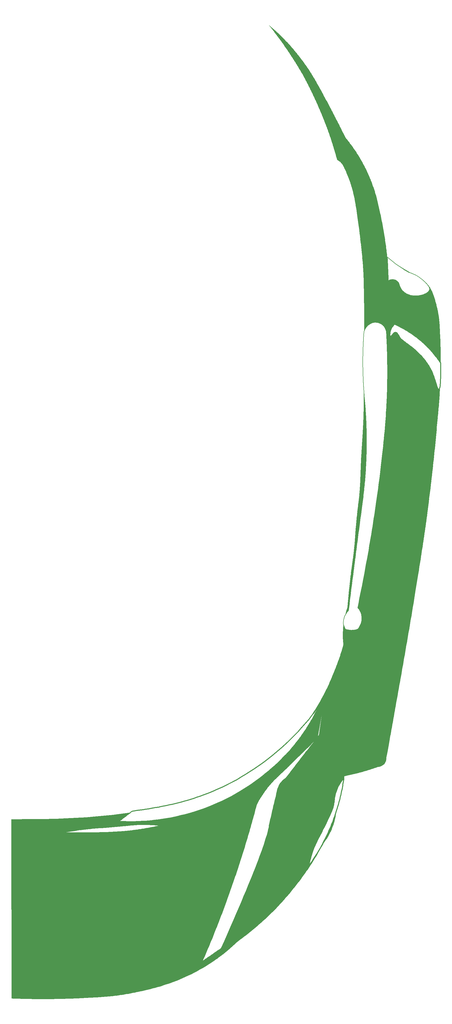
<source format=gbr>
G04 #@! TF.GenerationSoftware,KiCad,Pcbnew,(6.0.2)*
G04 #@! TF.CreationDate,2022-04-01T18:40:44-07:00*
G04 #@! TF.ProjectId,DaftPunkTopLayerRightBoard,44616674-5075-46e6-9b54-6f704c617965,rev?*
G04 #@! TF.SameCoordinates,Original*
G04 #@! TF.FileFunction,Soldermask,Top*
G04 #@! TF.FilePolarity,Negative*
%FSLAX46Y46*%
G04 Gerber Fmt 4.6, Leading zero omitted, Abs format (unit mm)*
G04 Created by KiCad (PCBNEW (6.0.2)) date 2022-04-01 18:40:44*
%MOMM*%
%LPD*%
G01*
G04 APERTURE LIST*
%ADD10C,0.200000*%
%ADD11C,0.350000*%
G04 APERTURE END LIST*
D10*
X340194445Y-163402778D02*
X340031919Y-163264024D01*
X339869163Y-163130137D01*
X339706322Y-163001026D01*
X339543545Y-162876603D01*
X339380978Y-162756777D01*
X339057062Y-162530564D01*
X338735752Y-162321671D01*
X338418222Y-162129385D01*
X338105649Y-161952992D01*
X337799210Y-161791776D01*
X337500081Y-161645025D01*
X337209438Y-161512023D01*
X336928457Y-161392057D01*
X336658314Y-161284411D01*
X336400186Y-161188373D01*
X336155248Y-161103228D01*
X335924678Y-161028261D01*
X335709651Y-160962758D01*
X335608334Y-160933333D01*
D11*
X245120834Y-350904167D02*
X244508331Y-350897113D01*
X243924368Y-350897842D01*
X243361430Y-350906147D01*
X242812004Y-350921822D01*
X242268574Y-350944661D01*
X241723627Y-350974457D01*
X241169647Y-351011005D01*
X240599121Y-351054098D01*
X240004534Y-351103530D01*
X239378371Y-351159094D01*
X238713118Y-351220586D01*
X238363485Y-351253489D01*
X238001261Y-351287797D01*
X237625507Y-351323483D01*
X237235285Y-351360523D01*
X236829654Y-351398889D01*
X236407676Y-351438556D01*
X235968410Y-351479499D01*
X235510919Y-351521691D01*
X235034261Y-351565107D01*
X234537500Y-351609722D01*
X304552778Y-310330555D02*
X304077283Y-310977188D01*
X303569354Y-311654799D01*
X303028688Y-312361665D01*
X302454981Y-313096065D01*
X301847931Y-313856275D01*
X301207232Y-314640576D01*
X300532582Y-315447244D01*
X299823678Y-316274559D01*
X299080215Y-317120797D01*
X298301890Y-317984238D01*
X297488401Y-318863160D01*
X296639442Y-319755841D01*
X295754711Y-320660558D01*
X294833905Y-321575591D01*
X293876719Y-322499217D01*
X292882851Y-323429715D01*
X291851996Y-324365362D01*
X290783851Y-325304438D01*
X289678114Y-326245220D01*
X288534479Y-327185986D01*
X287352644Y-328125014D01*
X286132306Y-329060584D01*
X284873160Y-329990972D01*
X283574904Y-330914458D01*
X282237233Y-331829319D01*
X280859845Y-332733833D01*
X279442435Y-333626279D01*
X277984700Y-334504935D01*
X276486337Y-335368079D01*
X274947043Y-336213989D01*
X273366513Y-337040944D01*
X271744445Y-337847222D01*
X301212500Y-365015278D02*
X301278063Y-364634895D01*
X301357982Y-364206683D01*
X301433259Y-363831954D01*
X301519445Y-363430520D01*
X301617306Y-363004119D01*
X301727607Y-362554487D01*
X301818956Y-362203061D01*
X301918056Y-361840278D01*
D10*
X313030556Y-281936111D02*
X313023973Y-281671148D01*
X313027218Y-281438824D01*
X313040765Y-281180739D01*
X313067571Y-280899629D01*
X313094269Y-280700783D01*
X313129052Y-280493731D01*
X313172796Y-280279283D01*
X313226378Y-280058251D01*
X313290675Y-279831445D01*
X313366564Y-279599676D01*
X313454920Y-279363756D01*
X313556621Y-279124494D01*
X313672543Y-278882702D01*
X313736112Y-278761111D01*
D11*
X271744445Y-337847222D02*
X270582122Y-338392370D01*
X269425256Y-338912155D01*
X268274470Y-339407302D01*
X267130387Y-339878537D01*
X265993631Y-340326587D01*
X264864824Y-340752178D01*
X263744590Y-341156036D01*
X262633550Y-341538888D01*
X261532330Y-341901461D01*
X260441551Y-342244479D01*
X259361836Y-342568670D01*
X258293810Y-342874761D01*
X257238094Y-343163476D01*
X256195312Y-343435544D01*
X255166087Y-343691689D01*
X254151042Y-343932638D01*
X253150800Y-344159118D01*
X252165984Y-344371856D01*
X251197217Y-344571576D01*
X250245122Y-344759006D01*
X249310323Y-344934871D01*
X248393443Y-345099899D01*
X247495103Y-345254816D01*
X246615929Y-345400347D01*
X245756541Y-345537219D01*
X244917565Y-345666159D01*
X244099622Y-345787893D01*
X243303336Y-345903146D01*
X242529330Y-346012646D01*
X241778227Y-346117119D01*
X241050650Y-346217291D01*
X240347222Y-346313889D01*
D10*
X323261112Y-178219444D02*
X323532436Y-178170288D01*
X323816529Y-178140110D01*
X324110858Y-178130599D01*
X324311512Y-178136572D01*
X324514838Y-178152982D01*
X324720084Y-178180328D01*
X324926500Y-178219109D01*
X325133335Y-178269828D01*
X325339838Y-178332983D01*
X325545258Y-178409075D01*
X325748844Y-178498604D01*
X325949845Y-178602071D01*
X326147510Y-178719976D01*
X326341089Y-178852820D01*
X326436112Y-178925000D01*
D11*
X287619445Y-350900000D02*
X287570406Y-351280275D01*
X287501372Y-351703203D01*
X287411316Y-352170670D01*
X287299211Y-352684563D01*
X287164029Y-353246771D01*
X287004745Y-353859180D01*
X286820330Y-354523679D01*
X286609759Y-355242154D01*
X286372003Y-356016494D01*
X286106037Y-356848586D01*
X285810833Y-357740316D01*
X285485364Y-358693574D01*
X285128603Y-359710246D01*
X284739524Y-360792219D01*
X284317099Y-361941382D01*
X283860301Y-363159622D01*
X283368104Y-364448826D01*
X282839481Y-365810882D01*
X282273404Y-367247677D01*
X281668847Y-368761099D01*
X281024783Y-370353036D01*
X280340184Y-372025374D01*
X279614024Y-373780002D01*
X278845276Y-375618806D01*
X278032914Y-377543675D01*
X277175909Y-379556496D01*
X276273235Y-381659156D01*
X275323865Y-383853543D01*
X274326773Y-386141544D01*
X273280930Y-388525048D01*
X272185311Y-391005941D01*
X271038889Y-393586111D01*
X269980556Y-343491666D02*
X271603954Y-342736898D01*
X273178624Y-341957638D01*
X274704726Y-341156582D01*
X276182421Y-340336425D01*
X277611868Y-339499864D01*
X278993229Y-338649592D01*
X280326663Y-337788307D01*
X281612331Y-336918703D01*
X282850393Y-336043476D01*
X284041011Y-335165321D01*
X285184343Y-334286935D01*
X286280551Y-333411013D01*
X287329794Y-332540250D01*
X288332234Y-331677341D01*
X289288031Y-330824983D01*
X290197345Y-329985872D01*
X291060336Y-329162701D01*
X291877165Y-328358168D01*
X292647992Y-327574967D01*
X293372978Y-326815795D01*
X294052282Y-326083346D01*
X294686066Y-325380317D01*
X295274490Y-324709403D01*
X295817714Y-324073299D01*
X296315898Y-323474701D01*
X296769204Y-322916305D01*
X297177790Y-322400805D01*
X297541818Y-321930899D01*
X297861449Y-321509280D01*
X298136841Y-321138646D01*
X298368157Y-320821691D01*
X298555556Y-320561111D01*
X313206945Y-335029167D02*
X313149807Y-335430814D01*
X313089083Y-335839811D01*
X313024647Y-336256033D01*
X312956372Y-336679352D01*
X312884132Y-337109645D01*
X312807801Y-337546785D01*
X312727253Y-337990646D01*
X312642361Y-338441104D01*
X312552999Y-338898031D01*
X312459041Y-339361304D01*
X312360361Y-339830795D01*
X312256832Y-340306379D01*
X312148328Y-340787931D01*
X312034723Y-341275325D01*
X311915891Y-341768436D01*
X311791705Y-342267137D01*
X311662039Y-342771303D01*
X311526767Y-343280809D01*
X311385762Y-343795528D01*
X311238899Y-344315336D01*
X311086051Y-344840106D01*
X310927092Y-345369713D01*
X310761895Y-345904031D01*
X310590335Y-346442935D01*
X310412285Y-346986299D01*
X310227618Y-347533996D01*
X310036210Y-348085903D01*
X309837932Y-348641892D01*
X309632660Y-349201839D01*
X309420267Y-349765617D01*
X309200626Y-350333102D01*
X308973612Y-350904167D01*
X304200000Y-320913889D02*
X303858245Y-321354860D01*
X303516490Y-321795832D01*
X303174736Y-322236804D01*
X302832982Y-322677775D01*
X302491228Y-323118747D01*
X302149474Y-323559720D01*
X301807721Y-324000692D01*
X301465968Y-324441664D01*
X301124214Y-324882636D01*
X300782461Y-325323609D01*
X300440708Y-325764581D01*
X300098955Y-326205554D01*
X299757202Y-326646526D01*
X299415450Y-327087499D01*
X299073697Y-327528471D01*
X298731944Y-327969444D01*
X298390191Y-328410416D01*
X298048438Y-328851389D01*
X297706686Y-329292361D01*
X297364933Y-329733334D01*
X297023180Y-330174306D01*
X296681427Y-330615279D01*
X296339674Y-331056251D01*
X295997920Y-331497223D01*
X295656167Y-331938196D01*
X295314414Y-332379168D01*
X294972660Y-332820140D01*
X294630906Y-333261112D01*
X294289152Y-333702084D01*
X293947398Y-334143056D01*
X293605643Y-334584028D01*
X293263889Y-335025000D01*
D10*
X328200000Y-198680555D02*
X328191004Y-199263234D01*
X328180060Y-199869294D01*
X328166851Y-200499538D01*
X328151062Y-201154766D01*
X328132375Y-201835780D01*
X328110476Y-202543383D01*
X328085048Y-203278376D01*
X328055775Y-204041561D01*
X328022341Y-204833739D01*
X327984429Y-205655712D01*
X327941724Y-206508282D01*
X327893909Y-207392250D01*
X327840669Y-208308419D01*
X327781686Y-209257590D01*
X327716646Y-210240565D01*
X327645232Y-211258145D01*
X327567127Y-212311133D01*
X327482016Y-213400329D01*
X327389583Y-214526537D01*
X327289511Y-215690557D01*
X327181485Y-216893191D01*
X327065188Y-218135241D01*
X326940304Y-219417508D01*
X326806517Y-220740796D01*
X326663510Y-222105904D01*
X326510969Y-223513635D01*
X326348576Y-224964791D01*
X326176016Y-226460173D01*
X325992972Y-228000583D01*
X325799128Y-229586823D01*
X325594169Y-231219695D01*
X325377778Y-232900000D01*
X318675000Y-247011111D02*
X318781311Y-246210596D01*
X318884636Y-245433372D01*
X318985013Y-244678293D01*
X319082482Y-243944211D01*
X319177084Y-243229977D01*
X319268856Y-242534445D01*
X319357840Y-241856467D01*
X319444074Y-241194896D01*
X319527598Y-240548584D01*
X319608452Y-239916383D01*
X319686675Y-239297146D01*
X319762306Y-238689725D01*
X319835386Y-238092973D01*
X319905953Y-237505742D01*
X319974048Y-236926886D01*
X320039710Y-236355255D01*
X320102978Y-235789703D01*
X320163892Y-235229083D01*
X320222492Y-234672246D01*
X320278816Y-234118045D01*
X320332906Y-233565333D01*
X320384799Y-233012962D01*
X320434537Y-232459784D01*
X320482157Y-231904653D01*
X320527701Y-231346420D01*
X320571206Y-230783938D01*
X320612714Y-230216059D01*
X320652263Y-229641637D01*
X320689894Y-229059522D01*
X320725645Y-228468569D01*
X320759556Y-227867629D01*
X320791667Y-227255555D01*
D11*
X309679167Y-344201389D02*
X309738454Y-343821245D01*
X309792197Y-343439186D01*
X309843041Y-343054514D01*
X309893629Y-342666530D01*
X309946604Y-342274539D01*
X310004611Y-341877842D01*
X310070293Y-341475742D01*
X310146295Y-341067541D01*
X310235259Y-340652542D01*
X310339830Y-340230047D01*
X310462652Y-339799360D01*
X310606369Y-339359781D01*
X310773624Y-338910614D01*
X310967060Y-338451162D01*
X311189323Y-337980727D01*
X311443056Y-337498611D01*
D10*
X325377778Y-232900000D02*
X325237760Y-233965686D01*
X325092879Y-235051659D01*
X324943031Y-236157763D01*
X324788112Y-237283842D01*
X324628019Y-238429740D01*
X324462646Y-239595302D01*
X324291890Y-240780372D01*
X324115647Y-241984794D01*
X323933814Y-243208413D01*
X323746286Y-244451072D01*
X323552959Y-245712616D01*
X323353729Y-246992890D01*
X323148492Y-248291737D01*
X322937145Y-249609002D01*
X322719583Y-250944528D01*
X322495703Y-252298162D01*
X322265399Y-253669745D01*
X322028570Y-255059124D01*
X321785109Y-256466141D01*
X321534915Y-257890642D01*
X321277882Y-259332471D01*
X321013906Y-260791471D01*
X320742884Y-262267488D01*
X320464712Y-263760365D01*
X320179285Y-265269946D01*
X319886500Y-266796077D01*
X319586253Y-268338601D01*
X319278440Y-269897362D01*
X318962956Y-271472205D01*
X318639698Y-273062974D01*
X318308562Y-274669513D01*
X317969445Y-276291667D01*
D11*
X345919445Y-201200000D02*
X346131920Y-200911499D01*
X346255992Y-200471118D01*
X346337319Y-199974783D01*
X346385127Y-199553012D01*
X346427297Y-199051187D01*
X346463387Y-198463009D01*
X346492958Y-197782180D01*
X346505162Y-197405053D01*
X346515572Y-197002401D01*
X346524132Y-196573437D01*
X346530788Y-196117373D01*
X346535485Y-195633422D01*
X346538167Y-195120797D01*
X346538780Y-194578710D01*
X346537270Y-194006375D01*
X346533580Y-193403002D01*
X346527657Y-192767807D01*
X346519445Y-192100000D01*
D10*
X328552778Y-163755555D02*
X328747716Y-163650839D01*
X328961959Y-163558039D01*
X329173772Y-163486173D01*
X329418204Y-163425930D01*
X329621097Y-163393660D01*
X329839331Y-163376575D01*
X330071617Y-163378379D01*
X330316667Y-163402778D01*
D11*
X250412500Y-351256944D02*
X250053327Y-351216322D01*
X249662763Y-351174953D01*
X249241868Y-351133635D01*
X248791702Y-351093169D01*
X248313325Y-351054353D01*
X247807798Y-351017986D01*
X247456219Y-350995498D01*
X247093360Y-350974691D01*
X246719532Y-350955803D01*
X246335052Y-350939069D01*
X245940233Y-350924727D01*
X245535389Y-350913014D01*
X245120834Y-350904167D01*
X330658334Y-178744444D02*
X330409180Y-178994161D01*
X330171641Y-179267718D01*
X329929271Y-179594238D01*
X329727374Y-179917407D01*
X329600000Y-180155555D01*
X264336111Y-398172222D02*
X264699677Y-397332869D01*
X265062923Y-396488584D01*
X265425813Y-395639370D01*
X265788307Y-394785234D01*
X266150369Y-393926179D01*
X266511961Y-393062212D01*
X266873046Y-392193338D01*
X267233584Y-391319561D01*
X267593540Y-390440886D01*
X267952875Y-389557320D01*
X268311552Y-388668868D01*
X268669533Y-387775533D01*
X269026780Y-386877322D01*
X269383256Y-385974240D01*
X269738922Y-385066291D01*
X270093742Y-384153482D01*
X270447678Y-383235817D01*
X270800692Y-382313301D01*
X271152746Y-381385940D01*
X271503804Y-380453739D01*
X271853826Y-379516702D01*
X272202775Y-378574836D01*
X272550615Y-377628145D01*
X272897307Y-376676634D01*
X273242813Y-375720309D01*
X273587096Y-374759175D01*
X273930118Y-373793237D01*
X274271842Y-372822499D01*
X274612230Y-371846969D01*
X274951243Y-370866649D01*
X275288846Y-369881546D01*
X275625000Y-368891666D01*
X225718056Y-352315278D02*
X225327682Y-352357329D01*
X224941952Y-352399972D01*
X224560928Y-352443160D01*
X224184672Y-352486847D01*
X223813248Y-352530987D01*
X223446719Y-352575535D01*
X223085146Y-352620445D01*
X222728593Y-352665670D01*
X222377122Y-352711165D01*
X221689678Y-352802780D01*
X221023317Y-352894923D01*
X220378539Y-352987227D01*
X219755847Y-353079324D01*
X219155742Y-353170846D01*
X218578726Y-353261428D01*
X218025301Y-353350701D01*
X217495968Y-353438298D01*
X216991230Y-353523853D01*
X216511588Y-353606996D01*
X216057544Y-353687362D01*
X215840278Y-353726389D01*
D10*
X313736112Y-283700000D02*
X313647921Y-283479512D01*
X313559727Y-283259025D01*
X313471531Y-283038540D01*
X313383334Y-282818055D01*
X313295136Y-282597570D01*
X313206940Y-282377085D01*
X313118746Y-282156598D01*
X313030556Y-281936111D01*
X333844445Y-167636111D02*
X334122417Y-167858020D01*
X334413992Y-168057871D01*
X334717796Y-168236295D01*
X335032452Y-168393925D01*
X335356584Y-168531391D01*
X335688818Y-168649327D01*
X336027777Y-168748364D01*
X336372086Y-168829134D01*
X336720369Y-168892269D01*
X337071251Y-168938400D01*
X337423355Y-168968161D01*
X337775308Y-168982182D01*
X338125732Y-168981096D01*
X338473252Y-168965535D01*
X338816493Y-168936130D01*
X339154080Y-168893514D01*
X339484635Y-168838318D01*
X339806784Y-168771174D01*
X340119152Y-168692715D01*
X340420362Y-168603572D01*
X340709039Y-168504378D01*
X340983808Y-168395763D01*
X341243292Y-168278361D01*
X341486117Y-168152803D01*
X341710906Y-168019720D01*
X341916284Y-167879746D01*
X342100876Y-167733511D01*
X342263305Y-167581649D01*
X342402197Y-167424790D01*
X342603864Y-167098611D01*
X342663889Y-166930555D01*
D11*
X342300000Y-192855555D02*
X342542440Y-193253668D01*
X342770235Y-193649041D01*
X342984015Y-194041062D01*
X343184411Y-194429117D01*
X343372051Y-194812595D01*
X343547567Y-195190885D01*
X343711589Y-195563373D01*
X343864746Y-195929448D01*
X344007669Y-196288498D01*
X344140988Y-196639911D01*
X344265333Y-196983075D01*
X344381333Y-197317377D01*
X344590822Y-197956950D01*
X344774497Y-198553733D01*
X344937397Y-199102829D01*
X345084564Y-199599344D01*
X345221038Y-200038379D01*
X345351860Y-200415039D01*
X345548522Y-200852365D01*
X345838005Y-201171453D01*
X345919445Y-201200000D01*
X290441667Y-338905555D02*
X290269891Y-339626551D01*
X290103564Y-340324710D01*
X289942678Y-341000081D01*
X289787229Y-341652715D01*
X289637210Y-342282663D01*
X289492617Y-342889974D01*
X289353444Y-343474699D01*
X289219686Y-344036889D01*
X289091336Y-344576593D01*
X288968390Y-345093864D01*
X288850841Y-345588750D01*
X288738685Y-346061303D01*
X288631915Y-346511573D01*
X288530527Y-346939610D01*
X288434515Y-347345464D01*
X288343872Y-347729187D01*
X288258595Y-348090829D01*
X288104112Y-348748070D01*
X287971022Y-349317591D01*
X287859280Y-349799796D01*
X287768842Y-350195088D01*
X287673035Y-350625948D01*
X287619445Y-350900000D01*
D10*
X328200000Y-155641667D02*
X328211025Y-155895225D01*
X328222050Y-156148784D01*
X328233075Y-156402343D01*
X328244100Y-156655902D01*
X328255125Y-156909461D01*
X328266149Y-157163020D01*
X328277174Y-157416579D01*
X328288198Y-157670138D01*
X328299222Y-157923697D01*
X328310246Y-158177256D01*
X328321270Y-158430815D01*
X328332294Y-158684374D01*
X328343318Y-158937933D01*
X328354341Y-159191492D01*
X328365365Y-159445051D01*
X328376389Y-159698611D01*
X328387412Y-159952170D01*
X328398436Y-160205729D01*
X328409459Y-160459288D01*
X328420483Y-160712847D01*
X328431507Y-160966406D01*
X328442531Y-161219965D01*
X328453555Y-161473524D01*
X328464579Y-161727083D01*
X328475603Y-161980642D01*
X328486628Y-162234201D01*
X328497652Y-162487760D01*
X328508677Y-162741319D01*
X328519702Y-162994878D01*
X328530727Y-163248437D01*
X328541752Y-163501996D01*
X328552778Y-163755555D01*
D11*
X331011111Y-181566666D02*
X331348899Y-181682484D01*
X331628145Y-181926518D01*
X331847714Y-182224768D01*
X332024117Y-182537086D01*
X332069445Y-182625000D01*
D10*
X342663889Y-166930555D02*
X342699065Y-166718246D01*
X342693646Y-166500949D01*
X342650915Y-166279498D01*
X342574156Y-166054730D01*
X342466655Y-165827479D01*
X342331695Y-165598581D01*
X342172561Y-165368871D01*
X341992537Y-165139185D01*
X341794908Y-164910357D01*
X341582958Y-164683223D01*
X341359971Y-164458619D01*
X341129232Y-164237380D01*
X340894026Y-164020340D01*
X340657636Y-163808337D01*
X340423348Y-163602204D01*
X340194445Y-163402778D01*
X320438889Y-205736111D02*
X320399600Y-205340397D01*
X320361224Y-204942380D01*
X320323782Y-204542069D01*
X320287292Y-204139474D01*
X320251774Y-203734603D01*
X320217250Y-203327468D01*
X320183738Y-202918076D01*
X320151258Y-202506437D01*
X320119831Y-202092562D01*
X320089476Y-201676458D01*
X320060214Y-201258137D01*
X320032064Y-200837607D01*
X320005046Y-200414878D01*
X319979180Y-199989959D01*
X319954486Y-199562860D01*
X319930985Y-199133590D01*
X319908695Y-198702159D01*
X319887637Y-198268576D01*
X319867831Y-197832851D01*
X319849296Y-197394992D01*
X319832054Y-196955011D01*
X319816122Y-196512915D01*
X319801523Y-196068715D01*
X319788275Y-195622420D01*
X319776398Y-195174039D01*
X319765912Y-194723583D01*
X319756838Y-194271060D01*
X319749195Y-193816480D01*
X319743003Y-193359852D01*
X319738282Y-192901186D01*
X319735052Y-192440491D01*
X319733334Y-191977778D01*
D11*
X308973612Y-350904167D02*
X308746760Y-351460146D01*
X308517220Y-352008738D01*
X308285159Y-352549940D01*
X308050744Y-353083748D01*
X307814143Y-353610160D01*
X307575523Y-354129171D01*
X307335053Y-354640779D01*
X307092901Y-355144980D01*
X306849233Y-355641771D01*
X306604218Y-356131149D01*
X306358024Y-356613110D01*
X306110817Y-357087651D01*
X305862767Y-357554769D01*
X305614040Y-358014461D01*
X305364805Y-358466724D01*
X305115228Y-358911553D01*
X304865478Y-359348946D01*
X304615723Y-359778900D01*
X304366130Y-360201411D01*
X304116867Y-360616476D01*
X303868102Y-361024092D01*
X303620002Y-361424255D01*
X303372735Y-361816962D01*
X303126469Y-362202211D01*
X302881372Y-362579997D01*
X302637611Y-362950317D01*
X302395354Y-363313168D01*
X302154768Y-363668548D01*
X301916023Y-364016452D01*
X301679284Y-364356877D01*
X301444720Y-364689820D01*
X301212500Y-365015278D01*
X286561111Y-338552778D02*
X286872896Y-338154749D01*
X287179852Y-337774595D01*
X287481035Y-337412298D01*
X287775501Y-337067841D01*
X288062307Y-336741206D01*
X288340508Y-336432376D01*
X288609161Y-336141332D01*
X288867322Y-335868058D01*
X289114048Y-335612535D01*
X289460631Y-335262497D01*
X289776176Y-334952301D01*
X290057498Y-334681887D01*
X290373854Y-334383118D01*
X290441667Y-334319444D01*
X293263889Y-335025000D02*
X292969379Y-335219345D01*
X292644233Y-335459623D01*
X292369948Y-335687015D01*
X292089583Y-335947402D01*
X291809150Y-336242381D01*
X291534661Y-336573552D01*
X291272127Y-336942514D01*
X291147222Y-337141666D01*
X311443056Y-337498611D02*
X311617866Y-337192739D01*
X311853201Y-336808654D01*
X312088451Y-336451800D01*
X312320711Y-336122280D01*
X312547076Y-335820197D01*
X312764642Y-335545655D01*
X313019799Y-335241364D01*
X313206945Y-335029167D01*
X346519445Y-192100000D02*
X346186200Y-191629783D01*
X345861488Y-191178623D01*
X345544208Y-190745252D01*
X345233257Y-190328401D01*
X344927534Y-189926799D01*
X344625937Y-189539180D01*
X344327363Y-189164272D01*
X344030711Y-188800808D01*
X343734878Y-188447518D01*
X343438764Y-188103134D01*
X343141266Y-187766386D01*
X342841281Y-187436005D01*
X342537709Y-187110723D01*
X342229446Y-186789271D01*
X341915392Y-186470378D01*
X341594445Y-186152778D01*
D10*
X313736112Y-278761111D02*
X313863841Y-278535722D01*
X313995759Y-278324798D01*
X314130424Y-278128105D01*
X314266392Y-277945412D01*
X314402221Y-277776486D01*
X314536468Y-277621097D01*
X314699854Y-277445542D01*
X314794445Y-277350000D01*
D11*
X338066667Y-187916666D02*
X338344175Y-188173695D01*
X338664052Y-188475684D01*
X339020181Y-188821824D01*
X339274720Y-189076711D01*
X339540839Y-189350620D01*
X339816725Y-189643310D01*
X340100567Y-189954542D01*
X340390552Y-190284076D01*
X340684867Y-190631670D01*
X340981699Y-190997086D01*
X341279237Y-191380083D01*
X341575666Y-191780420D01*
X341869176Y-192197859D01*
X342157952Y-192632157D01*
X342300000Y-192855555D01*
D10*
X315500000Y-284052778D02*
X315299160Y-284038459D01*
X315041955Y-284010694D01*
X314797264Y-283974345D01*
X314565546Y-283930856D01*
X314347257Y-283881674D01*
X314142858Y-283828246D01*
X313907587Y-283757694D01*
X313736112Y-283700000D01*
X319733334Y-191977778D02*
X319733043Y-191640025D01*
X319733564Y-191303397D01*
X319734889Y-190967897D01*
X319737008Y-190633530D01*
X319739913Y-190300299D01*
X319743598Y-189968208D01*
X319748053Y-189637261D01*
X319753271Y-189307463D01*
X319759243Y-188978817D01*
X319765961Y-188651328D01*
X319773417Y-188324999D01*
X319781603Y-187999834D01*
X319790511Y-187675837D01*
X319800133Y-187353013D01*
X319810460Y-187031365D01*
X319821485Y-186710898D01*
X319833199Y-186391615D01*
X319845595Y-186073520D01*
X319858663Y-185756618D01*
X319872397Y-185440912D01*
X319886787Y-185126407D01*
X319901826Y-184813106D01*
X319917506Y-184501013D01*
X319933818Y-184190133D01*
X319950755Y-183880470D01*
X319968308Y-183572027D01*
X319986469Y-183264808D01*
X320005230Y-182958818D01*
X320024583Y-182654060D01*
X320044519Y-182350539D01*
X320065032Y-182048258D01*
X320086112Y-181747222D01*
D11*
X341594445Y-186152778D02*
X341230205Y-185801682D01*
X340865275Y-185459424D01*
X340499867Y-185125892D01*
X340134197Y-184800973D01*
X339768478Y-184484555D01*
X339402925Y-184176526D01*
X339037752Y-183876774D01*
X338673172Y-183585185D01*
X338309401Y-183301649D01*
X337946652Y-183026053D01*
X337585139Y-182758284D01*
X337225078Y-182498230D01*
X336866681Y-182245779D01*
X336510163Y-182000818D01*
X336155738Y-181763236D01*
X335803621Y-181532921D01*
X335454025Y-181309758D01*
X335107166Y-181093638D01*
X334763256Y-180884447D01*
X334422510Y-180682073D01*
X334085143Y-180486403D01*
X333751368Y-180297326D01*
X333421401Y-180114729D01*
X333095454Y-179938501D01*
X332773742Y-179768527D01*
X332456479Y-179604698D01*
X332143880Y-179446899D01*
X331533529Y-179148946D01*
X330944402Y-178873770D01*
X330658334Y-178744444D01*
X290441667Y-334319444D02*
X290738339Y-334040298D01*
X291043636Y-333751979D01*
X291357556Y-333454501D01*
X291680094Y-333147881D01*
X292011250Y-332832134D01*
X292351020Y-332507275D01*
X292699401Y-332173320D01*
X293056391Y-331830285D01*
X293421987Y-331478185D01*
X293796187Y-331117036D01*
X294178988Y-330746854D01*
X294570388Y-330367653D01*
X294970383Y-329979451D01*
X295378972Y-329582261D01*
X295796151Y-329176100D01*
X296221918Y-328760984D01*
X296656270Y-328336928D01*
X297099205Y-327903947D01*
X297550719Y-327462058D01*
X298010812Y-327011275D01*
X298479479Y-326551615D01*
X298956718Y-326083092D01*
X299442526Y-325605724D01*
X299936902Y-325119524D01*
X300439842Y-324624509D01*
X300951343Y-324120695D01*
X301471404Y-323608096D01*
X302000021Y-323086729D01*
X302537191Y-322556609D01*
X303082913Y-322017752D01*
X303637183Y-321470173D01*
X304200000Y-320913889D01*
X291147222Y-337141666D02*
X290950569Y-337496877D01*
X290792536Y-337832629D01*
X290647522Y-338200223D01*
X290530017Y-338565472D01*
X290441667Y-338905555D01*
D10*
X317969445Y-283700000D02*
X317754502Y-283771070D01*
X317509804Y-283842040D01*
X317307646Y-283892915D01*
X317090214Y-283939990D01*
X316858136Y-283981660D01*
X316612038Y-284016320D01*
X316352548Y-284042367D01*
X316080293Y-284058195D01*
X315795901Y-284062200D01*
X315500000Y-284052778D01*
D11*
X329600000Y-180155555D02*
X329440390Y-180509137D01*
X329309501Y-180866662D01*
X329206452Y-181220392D01*
X329130366Y-181562588D01*
X329069337Y-181987530D01*
X329052592Y-182359864D01*
X329090761Y-182723356D01*
X329247222Y-182977778D01*
X298555556Y-320561111D02*
X298818128Y-320191107D01*
X299075408Y-319823196D01*
X299327441Y-319457495D01*
X299574270Y-319094118D01*
X299815940Y-318733181D01*
X300052495Y-318374797D01*
X300283979Y-318019083D01*
X300510437Y-317666154D01*
X300731913Y-317316124D01*
X300948452Y-316969110D01*
X301160097Y-316625225D01*
X301366894Y-316284585D01*
X301568885Y-315947306D01*
X301766116Y-315613502D01*
X301958632Y-315283288D01*
X302146475Y-314956780D01*
X302329691Y-314634093D01*
X302508324Y-314315341D01*
X302682419Y-314000641D01*
X302852018Y-313690106D01*
X303177912Y-313081996D01*
X303486359Y-312491932D01*
X303777715Y-311920835D01*
X304052333Y-311369626D01*
X304310569Y-310839225D01*
X304552778Y-310330555D01*
D10*
X332080556Y-164461111D02*
X332134159Y-164696742D01*
X332203667Y-164958737D01*
X332291578Y-165242411D01*
X332361643Y-165441257D01*
X332441738Y-165646270D01*
X332532604Y-165856061D01*
X332634980Y-166069243D01*
X332749608Y-166284428D01*
X332877227Y-166500227D01*
X333018578Y-166715255D01*
X333174402Y-166928122D01*
X333345439Y-167137441D01*
X333532428Y-167341825D01*
X333736111Y-167539885D01*
X333844445Y-167636111D01*
X319380556Y-279466667D02*
X319396736Y-279683104D01*
X319404012Y-279895260D01*
X319402886Y-280103018D01*
X319393858Y-280306265D01*
X319354106Y-280698764D01*
X319288768Y-281071841D01*
X319201856Y-281424579D01*
X319097382Y-281756060D01*
X318979358Y-282065367D01*
X318851798Y-282351584D01*
X318718712Y-282613793D01*
X318584114Y-282851076D01*
X318452016Y-283062518D01*
X318326429Y-283247201D01*
X318159035Y-283472046D01*
X318028862Y-283631524D01*
X317969445Y-283700000D01*
D11*
X305093056Y-354431944D02*
X305356375Y-353916062D01*
X305611392Y-353416217D01*
X305858161Y-352932072D01*
X306096740Y-352463288D01*
X306327183Y-352009527D01*
X306549548Y-351570451D01*
X306763890Y-351145721D01*
X306970266Y-350735001D01*
X307168731Y-350337952D01*
X307359341Y-349954235D01*
X307542154Y-349583513D01*
X307717224Y-349225447D01*
X307884608Y-348879700D01*
X308044362Y-348545933D01*
X308196542Y-348223809D01*
X308478405Y-347613135D01*
X308730646Y-347044974D01*
X308953714Y-346516621D01*
X309148057Y-346025371D01*
X309314124Y-345568521D01*
X309452364Y-345143365D01*
X309563226Y-344747198D01*
X309647158Y-344377317D01*
X309679167Y-344201389D01*
D10*
X326436112Y-178925000D02*
X326641298Y-179098618D01*
X326825698Y-179278939D01*
X326990422Y-179463973D01*
X327136583Y-179651736D01*
X327265291Y-179840240D01*
X327377660Y-180027497D01*
X327474800Y-180211522D01*
X327594389Y-180477152D01*
X327685968Y-180724332D01*
X327753288Y-180946357D01*
X327811799Y-181191670D01*
X327847223Y-181394444D01*
D11*
X235761111Y-349841666D02*
X236424422Y-349873784D01*
X237122648Y-349901227D01*
X237854917Y-349922974D01*
X238620356Y-349938005D01*
X239418095Y-349945301D01*
X240247260Y-349943842D01*
X241106981Y-349932608D01*
X241996386Y-349910578D01*
X242914603Y-349876733D01*
X243860760Y-349830054D01*
X244833985Y-349769520D01*
X245833406Y-349694111D01*
X246858153Y-349602808D01*
X247907352Y-349494591D01*
X248980133Y-349368439D01*
X250075622Y-349223333D01*
X251192950Y-349058253D01*
X252331243Y-348872180D01*
X253489630Y-348664092D01*
X254667240Y-348432971D01*
X255863199Y-348177797D01*
X257076638Y-347897549D01*
X258306683Y-347591208D01*
X259552464Y-347257754D01*
X260813108Y-346896167D01*
X262087743Y-346505427D01*
X263375498Y-346084515D01*
X264675501Y-345632410D01*
X265986880Y-345148092D01*
X267308763Y-344630542D01*
X268640279Y-344078740D01*
X269980556Y-343491666D01*
X234537500Y-351609722D02*
X234007797Y-351656540D01*
X233513359Y-351699455D01*
X233052298Y-351738699D01*
X232622728Y-351774500D01*
X232222761Y-351807091D01*
X231850511Y-351836700D01*
X231181608Y-351887899D01*
X230600925Y-351929940D01*
X230093363Y-351964667D01*
X229643825Y-351993924D01*
X229237215Y-352019554D01*
X228858434Y-352043401D01*
X228492387Y-352067308D01*
X228123975Y-352093121D01*
X227738102Y-352122681D01*
X227319671Y-352157833D01*
X226853584Y-352200421D01*
X226324745Y-352252288D01*
X225718056Y-352315278D01*
D10*
X327847223Y-181394444D02*
X327869027Y-181794671D01*
X327890705Y-182204953D01*
X327912198Y-182625189D01*
X327933451Y-183055275D01*
X327954406Y-183495109D01*
X327975006Y-183944588D01*
X327995195Y-184403609D01*
X328014915Y-184872071D01*
X328034111Y-185349870D01*
X328052725Y-185836905D01*
X328070700Y-186333072D01*
X328087980Y-186838269D01*
X328104507Y-187352393D01*
X328120225Y-187875342D01*
X328135078Y-188407013D01*
X328149007Y-188947304D01*
X328161957Y-189496112D01*
X328173870Y-190053335D01*
X328184690Y-190618870D01*
X328194359Y-191192614D01*
X328202822Y-191774465D01*
X328210021Y-192364321D01*
X328215899Y-192962078D01*
X328220400Y-193567635D01*
X328223467Y-194180888D01*
X328225042Y-194801736D01*
X328225070Y-195430075D01*
X328223493Y-196065803D01*
X328220254Y-196708817D01*
X328215297Y-197359016D01*
X328208564Y-198016296D01*
X328200000Y-198680555D01*
D11*
X332069445Y-182625000D02*
X332282243Y-182999130D01*
X332513225Y-183338637D01*
X332763121Y-183649699D01*
X333032666Y-183938496D01*
X333322592Y-184211208D01*
X333633633Y-184474013D01*
X333966522Y-184733092D01*
X334321993Y-184994622D01*
X334700778Y-185264784D01*
X335103611Y-185549757D01*
X335531224Y-185855720D01*
X335984352Y-186188853D01*
X336463727Y-186555335D01*
X336970082Y-186961344D01*
X337504151Y-187413062D01*
X337781807Y-187657991D01*
X338066667Y-187916666D01*
X301918056Y-361840278D02*
X302081877Y-361276995D01*
X302250302Y-360739355D01*
X302423333Y-360224726D01*
X302600972Y-359730479D01*
X302783222Y-359253983D01*
X302970085Y-358792609D01*
X303161565Y-358343726D01*
X303357664Y-357904705D01*
X303558385Y-357472915D01*
X303763729Y-357045727D01*
X303973701Y-356620510D01*
X304188302Y-356194634D01*
X304407536Y-355765469D01*
X304631404Y-355330386D01*
X304859910Y-354886754D01*
X305093056Y-354431944D01*
D10*
X314794445Y-277350000D02*
X314945742Y-276125623D01*
X315095426Y-274917688D01*
X315243462Y-273726334D01*
X315389820Y-272551698D01*
X315534466Y-271393919D01*
X315677369Y-270253135D01*
X315818496Y-269129485D01*
X315957815Y-268023106D01*
X316095293Y-266934137D01*
X316230898Y-265862717D01*
X316364598Y-264808984D01*
X316496361Y-263773075D01*
X316626154Y-262755130D01*
X316753945Y-261755286D01*
X316879701Y-260773682D01*
X317003391Y-259810456D01*
X317124982Y-258865746D01*
X317244442Y-257939691D01*
X317361738Y-257032429D01*
X317476838Y-256144099D01*
X317589710Y-255274838D01*
X317700321Y-254424784D01*
X317808640Y-253594077D01*
X317914633Y-252782855D01*
X318018269Y-251991255D01*
X318119515Y-251219416D01*
X318218340Y-250467477D01*
X318314709Y-249735575D01*
X318408593Y-249023849D01*
X318499957Y-248332438D01*
X318588770Y-247661479D01*
X318675000Y-247011111D01*
X331727778Y-158463889D02*
X331479226Y-158284619D01*
X331234470Y-158105387D01*
X330993499Y-157926266D01*
X330756300Y-157747330D01*
X330522862Y-157568655D01*
X330293174Y-157390314D01*
X330067224Y-157212382D01*
X329845001Y-157034933D01*
X329626493Y-156858041D01*
X329411689Y-156681782D01*
X329200577Y-156506229D01*
X328993146Y-156331457D01*
X328789384Y-156157541D01*
X328589280Y-155984554D01*
X328392822Y-155812571D01*
X328200000Y-155641667D01*
X320086112Y-181747222D02*
X320158837Y-181417491D01*
X320252405Y-181097832D01*
X320365942Y-180789207D01*
X320498574Y-180492581D01*
X320649425Y-180208915D01*
X320817621Y-179939173D01*
X321002287Y-179684318D01*
X321202548Y-179445313D01*
X321417530Y-179223121D01*
X321646358Y-179018705D01*
X321888158Y-178833029D01*
X322142054Y-178667054D01*
X322407172Y-178521746D01*
X322682637Y-178398066D01*
X322967576Y-178296977D01*
X323261112Y-178219444D01*
D11*
X240347222Y-346313889D02*
X240060591Y-346534373D01*
X239773960Y-346754859D01*
X239487328Y-346975344D01*
X239200696Y-347195831D01*
X238914064Y-347416317D01*
X238627431Y-347636804D01*
X238340799Y-347857290D01*
X238054166Y-348077777D01*
X237767534Y-348298264D01*
X237480901Y-348518750D01*
X237194269Y-348739237D01*
X236907637Y-348959723D01*
X236621004Y-349180210D01*
X236334373Y-349400695D01*
X236047741Y-349621181D01*
X235761111Y-349841666D01*
X240534723Y-353020833D02*
X240925694Y-352972892D01*
X241311911Y-352923808D01*
X241693319Y-352873650D01*
X242069861Y-352822484D01*
X242441483Y-352770380D01*
X242808128Y-352717404D01*
X243169742Y-352663625D01*
X243526268Y-352609111D01*
X243877652Y-352553930D01*
X244223838Y-352498150D01*
X244900393Y-352385063D01*
X245555489Y-352270395D01*
X246188684Y-352154690D01*
X246799532Y-352038491D01*
X247387590Y-351922342D01*
X247952415Y-351806786D01*
X248493563Y-351692368D01*
X249010588Y-351579631D01*
X249503049Y-351469119D01*
X249970501Y-351361375D01*
X250412500Y-351256944D01*
D10*
X330316667Y-163402778D02*
X330603164Y-163461423D01*
X330864506Y-163545432D01*
X331100726Y-163648933D01*
X331311855Y-163766049D01*
X331497926Y-163890907D01*
X331658971Y-164017633D01*
X331834823Y-164179353D01*
X331992269Y-164350273D01*
X332080556Y-164461111D01*
D11*
X329247222Y-182977778D02*
X329555404Y-182803812D01*
X329789767Y-182506314D01*
X330001969Y-182227312D01*
X330237216Y-181955057D01*
X330565201Y-181684970D01*
X330932698Y-181565600D01*
X331011111Y-181566666D01*
X275625000Y-368891666D02*
X275896111Y-368086614D01*
X276164521Y-367283563D01*
X276430242Y-366482529D01*
X276693291Y-365683525D01*
X276953681Y-364886568D01*
X277211428Y-364091672D01*
X277466546Y-363298853D01*
X277719050Y-362508125D01*
X277968955Y-361719504D01*
X278216275Y-360933004D01*
X278461026Y-360148641D01*
X278703222Y-359366429D01*
X278942877Y-358586384D01*
X279180007Y-357808521D01*
X279414627Y-357032854D01*
X279646751Y-356259400D01*
X279876393Y-355488172D01*
X280103569Y-354719186D01*
X280328294Y-353952457D01*
X280550582Y-353188001D01*
X280770447Y-352425831D01*
X280987906Y-351665964D01*
X281202971Y-350908414D01*
X281415659Y-350153196D01*
X281625984Y-349400325D01*
X281833961Y-348649817D01*
X282039604Y-347901687D01*
X282242928Y-347155948D01*
X282443949Y-346412618D01*
X282642680Y-345671710D01*
X282839137Y-344933239D01*
X283033334Y-344197222D01*
D10*
X320791667Y-227255555D02*
X320832252Y-226407922D01*
X320867981Y-225569940D01*
X320899006Y-224741775D01*
X320925480Y-223923592D01*
X320947555Y-223115554D01*
X320965384Y-222317828D01*
X320979120Y-221530577D01*
X320988916Y-220753967D01*
X320994924Y-219988162D01*
X320997296Y-219233327D01*
X320996186Y-218489628D01*
X320991747Y-217757229D01*
X320984130Y-217036295D01*
X320973490Y-216326990D01*
X320959977Y-215629480D01*
X320943746Y-214943929D01*
X320924949Y-214270503D01*
X320903738Y-213609365D01*
X320880266Y-212960682D01*
X320854687Y-212324617D01*
X320827152Y-211701336D01*
X320797814Y-211091004D01*
X320766827Y-210493784D01*
X320734342Y-209909843D01*
X320700513Y-209339345D01*
X320665492Y-208782455D01*
X320629431Y-208239338D01*
X320592485Y-207710158D01*
X320554804Y-207195080D01*
X320516543Y-206694270D01*
X320477854Y-206207892D01*
X320438889Y-205736111D01*
D11*
X237006945Y-353373611D02*
X237524428Y-353329697D01*
X238024225Y-353284478D01*
X238499084Y-353239181D01*
X238941751Y-353195035D01*
X239344973Y-353153268D01*
X239701498Y-353115109D01*
X240091688Y-353071966D01*
X240459529Y-353029742D01*
X240534723Y-353020833D01*
X283033334Y-344197222D02*
X283237692Y-343791933D01*
X283466021Y-343354379D01*
X283631930Y-343045886D01*
X283809049Y-342724755D01*
X283997604Y-342391665D01*
X284197815Y-342047298D01*
X284409907Y-341692333D01*
X284634103Y-341327452D01*
X284870626Y-340953334D01*
X285119698Y-340570661D01*
X285381542Y-340180113D01*
X285656383Y-339782370D01*
X285944443Y-339378113D01*
X286245944Y-338968022D01*
X286561111Y-338552778D01*
D10*
X317969445Y-276291667D02*
X318122259Y-276468773D01*
X318262275Y-276645294D01*
X318416872Y-276858411D01*
X318579574Y-277107360D01*
X318689348Y-277292853D01*
X318797928Y-277493703D01*
X318903395Y-277709684D01*
X319003831Y-277940567D01*
X319097317Y-278186126D01*
X319181934Y-278446134D01*
X319255765Y-278720363D01*
X319316889Y-279008587D01*
X319363389Y-279310579D01*
X319380556Y-279466667D01*
X335608334Y-160933333D02*
X335380477Y-160804274D01*
X335150334Y-160672017D01*
X334917976Y-160536524D01*
X334683472Y-160397759D01*
X334446894Y-160255684D01*
X334208312Y-160110263D01*
X333967796Y-159961459D01*
X333725417Y-159809234D01*
X333481245Y-159653553D01*
X333235352Y-159494378D01*
X332987807Y-159331671D01*
X332738681Y-159165398D01*
X332488044Y-158995519D01*
X332235968Y-158822000D01*
X331982522Y-158644802D01*
X331727778Y-158463889D01*
D11*
X215840278Y-353726389D02*
X216487248Y-353739067D01*
X216874552Y-353746113D01*
X217301641Y-353753404D01*
X217766444Y-353760772D01*
X218266892Y-353768050D01*
X218800914Y-353775068D01*
X219366439Y-353781659D01*
X219961397Y-353787653D01*
X220583718Y-353792883D01*
X221231331Y-353797179D01*
X221902165Y-353800375D01*
X222594151Y-353802300D01*
X223305218Y-353802787D01*
X224033295Y-353801668D01*
X224776312Y-353798773D01*
X225532198Y-353793935D01*
X226298884Y-353786985D01*
X227074298Y-353777754D01*
X227856371Y-353766075D01*
X228643031Y-353751778D01*
X229432208Y-353734696D01*
X230221833Y-353714659D01*
X231009834Y-353691501D01*
X231794141Y-353665051D01*
X232572684Y-353635142D01*
X233343392Y-353601605D01*
X234104195Y-353564272D01*
X234853022Y-353522975D01*
X235587803Y-353477544D01*
X236306467Y-353427812D01*
X237006945Y-353373611D01*
X271038889Y-393586111D02*
X270619963Y-393872741D01*
X270201038Y-394159372D01*
X269782113Y-394446004D01*
X269363190Y-394732636D01*
X268944267Y-395019268D01*
X268525344Y-395305901D01*
X268106422Y-395592533D01*
X267687500Y-395879166D01*
X267268577Y-396165798D01*
X266849655Y-396452431D01*
X266430732Y-396739063D01*
X266011809Y-397025695D01*
X265592886Y-397312328D01*
X265173961Y-397598959D01*
X264755036Y-397885591D01*
X264336111Y-398172222D01*
G36*
X320107666Y-201535171D02*
G01*
X320111040Y-201542872D01*
X320199992Y-203499830D01*
X320200018Y-203500180D01*
X320438878Y-205899892D01*
X320438894Y-205900062D01*
X320599994Y-207799931D01*
X320600006Y-207800086D01*
X320699986Y-209199798D01*
X320700007Y-209200164D01*
X320800000Y-211700000D01*
X320799993Y-211700000D01*
X320800001Y-211700018D01*
X320899999Y-214299983D01*
X320900000Y-214300000D01*
X320999992Y-216999784D01*
X321000000Y-217000217D01*
X321000000Y-220499800D01*
X320999993Y-220500203D01*
X320900003Y-223399911D01*
X320900000Y-223400088D01*
X320900000Y-224099790D01*
X320899994Y-224100180D01*
X320800002Y-227099933D01*
X320799995Y-227100100D01*
X320700008Y-229199824D01*
X320699987Y-229200164D01*
X320500006Y-231799925D01*
X320500000Y-231800000D01*
X320300011Y-234199872D01*
X320299979Y-234200192D01*
X320100019Y-235999825D01*
X320099984Y-236000114D01*
X319800000Y-238200000D01*
X319799997Y-238200022D01*
X319500009Y-240499932D01*
X319500000Y-240500000D01*
X319199997Y-242700022D01*
X318800014Y-245799893D01*
X318799989Y-245800113D01*
X318600031Y-247799691D01*
X318599953Y-247800306D01*
X318200014Y-250399908D01*
X318199989Y-250400092D01*
X317900011Y-252999905D01*
X317899990Y-253000077D01*
X317300000Y-257600000D01*
X317299994Y-257600046D01*
X316900019Y-260799850D01*
X316899980Y-260800135D01*
X316600009Y-262799943D01*
X316599987Y-262800098D01*
X316300000Y-265100000D01*
X316299998Y-265100000D01*
X316299996Y-265100033D01*
X315900010Y-268099926D01*
X315899994Y-268100054D01*
X315600008Y-270699934D01*
X315600000Y-270700000D01*
X314794889Y-277346332D01*
X314791975Y-277352747D01*
X314300400Y-277899555D01*
X314299697Y-277900519D01*
X313636080Y-279038149D01*
X313628952Y-279043569D01*
X313620079Y-279042360D01*
X313614659Y-279035232D01*
X313614569Y-279029642D01*
X313642284Y-278908624D01*
X313642302Y-278908547D01*
X313689003Y-278710778D01*
X313689021Y-278710702D01*
X313736508Y-278515444D01*
X313736536Y-278515332D01*
X313833563Y-278132808D01*
X313833601Y-278132663D01*
X313933073Y-277760666D01*
X313933112Y-277760524D01*
X314034622Y-277399163D01*
X314034662Y-277399025D01*
X314137773Y-277048503D01*
X314137813Y-277048370D01*
X314242106Y-276708816D01*
X314242146Y-276708687D01*
X314347266Y-276380041D01*
X314347307Y-276379916D01*
X314452553Y-276063177D01*
X314452834Y-276061789D01*
X314470688Y-275834402D01*
X314470689Y-275834391D01*
X314489413Y-275598859D01*
X314489414Y-275598847D01*
X314508969Y-275355963D01*
X314508970Y-275355951D01*
X314529372Y-275105796D01*
X314529373Y-275105783D01*
X314550638Y-274848437D01*
X314550639Y-274848425D01*
X314572785Y-274583970D01*
X314572786Y-274583957D01*
X314595827Y-274312477D01*
X314595828Y-274312463D01*
X314619782Y-274034036D01*
X314619783Y-274034022D01*
X314644666Y-273748730D01*
X314644667Y-273748716D01*
X314670497Y-273456627D01*
X314670498Y-273456613D01*
X314697287Y-273157850D01*
X314697288Y-273157836D01*
X314725056Y-272852439D01*
X314725057Y-272852424D01*
X314753821Y-272540473D01*
X314753822Y-272540458D01*
X314783596Y-272222080D01*
X314783597Y-272222064D01*
X314814399Y-271897278D01*
X314814400Y-271897263D01*
X314846243Y-271566213D01*
X314846251Y-271566198D01*
X314846245Y-271566197D01*
X314879149Y-271228919D01*
X314879151Y-271228903D01*
X314913132Y-270885492D01*
X314913140Y-270885477D01*
X314913134Y-270885476D01*
X314948208Y-270536015D01*
X314948210Y-270535998D01*
X314984393Y-270180567D01*
X314984395Y-270180550D01*
X315021704Y-269819231D01*
X315021706Y-269819214D01*
X315060157Y-269452089D01*
X315060166Y-269452073D01*
X315060159Y-269452072D01*
X315099768Y-269079220D01*
X315099770Y-269079203D01*
X315140554Y-268700709D01*
X315140556Y-268700691D01*
X315182532Y-268316633D01*
X315182534Y-268316615D01*
X315225717Y-267927077D01*
X315225719Y-267927059D01*
X315270127Y-267532121D01*
X315270129Y-267532102D01*
X315315777Y-267131844D01*
X315315779Y-267131826D01*
X315362685Y-266726314D01*
X315362686Y-266726314D01*
X315362687Y-266726295D01*
X315410863Y-266315664D01*
X315410865Y-266315645D01*
X315460333Y-265899922D01*
X315460335Y-265899902D01*
X315511111Y-265479166D01*
X315511112Y-265479166D01*
X315511113Y-265479148D01*
X315556169Y-265110761D01*
X315556171Y-265110742D01*
X315599387Y-264761921D01*
X315599389Y-264761903D01*
X315640874Y-264431433D01*
X315640875Y-264431433D01*
X315640876Y-264431414D01*
X315680728Y-264118134D01*
X315680739Y-264118115D01*
X315680731Y-264118114D01*
X315719067Y-263820728D01*
X315719068Y-263820728D01*
X315719069Y-263820709D01*
X315755986Y-263538078D01*
X315755997Y-263538059D01*
X315755989Y-263538058D01*
X315791604Y-263268886D01*
X315791605Y-263268886D01*
X315791606Y-263268867D01*
X315826016Y-263012012D01*
X315826018Y-263011995D01*
X315859336Y-262766184D01*
X315859338Y-262766167D01*
X315891670Y-262530199D01*
X315891672Y-262530184D01*
X315923123Y-262302843D01*
X315923125Y-262302830D01*
X315953803Y-262082897D01*
X315953805Y-262082886D01*
X315983818Y-261869143D01*
X315983819Y-261869136D01*
X316013272Y-261660366D01*
X316013275Y-261660361D01*
X316013273Y-261660361D01*
X316042273Y-261455344D01*
X316070928Y-261252868D01*
X316099343Y-261051715D01*
X316099346Y-261051697D01*
X316099347Y-261051690D01*
X316127625Y-260850667D01*
X316155881Y-260648508D01*
X316155888Y-260648459D01*
X316184219Y-260444019D01*
X316212744Y-260235983D01*
X316241563Y-260023182D01*
X316270784Y-259804400D01*
X316300512Y-259578418D01*
X316330856Y-259344019D01*
X316361918Y-259100011D01*
X316361917Y-259100011D01*
X316361920Y-259099987D01*
X316361921Y-259099985D01*
X316393814Y-258845099D01*
X316426642Y-258578144D01*
X316460513Y-258297901D01*
X316460518Y-258297854D01*
X316460521Y-258297830D01*
X316495532Y-258003154D01*
X316531807Y-257692685D01*
X316569444Y-257365277D01*
X316569444Y-257365272D01*
X316569447Y-257365246D01*
X316624357Y-256878014D01*
X316674926Y-256417709D01*
X316721445Y-255982391D01*
X316764207Y-255570091D01*
X316803505Y-255178838D01*
X316803507Y-255178813D01*
X316803511Y-255178774D01*
X316839634Y-254806660D01*
X316839640Y-254806596D01*
X316839644Y-254806557D01*
X316872886Y-254451589D01*
X316872893Y-254451516D01*
X316903554Y-254111653D01*
X316931933Y-253784883D01*
X316958317Y-253469307D01*
X316958319Y-253469283D01*
X316958322Y-253469248D01*
X316982997Y-253162956D01*
X317006269Y-252863858D01*
X317028424Y-252570044D01*
X317049758Y-252279544D01*
X317070564Y-251990386D01*
X317091134Y-251700600D01*
X317111762Y-251408219D01*
X317111762Y-251408217D01*
X317132743Y-251111265D01*
X317132744Y-251111258D01*
X317154368Y-250807786D01*
X317154374Y-250807774D01*
X317154369Y-250807774D01*
X317176934Y-250495774D01*
X317176942Y-250495775D01*
X317176935Y-250495757D01*
X317200729Y-250173316D01*
X317200739Y-250173296D01*
X317200731Y-250173295D01*
X317226052Y-249838389D01*
X317226054Y-249838365D01*
X317253194Y-249489042D01*
X317253196Y-249489015D01*
X317282452Y-249123274D01*
X317282453Y-249123274D01*
X317282454Y-249123246D01*
X317314111Y-248739202D01*
X317314113Y-248739172D01*
X317348475Y-248334739D01*
X317348478Y-248334710D01*
X317385827Y-247908033D01*
X317385842Y-247908004D01*
X317385830Y-247908003D01*
X317426469Y-247457025D01*
X317426472Y-247456996D01*
X317470691Y-246979774D01*
X317470694Y-246979745D01*
X317518787Y-246474309D01*
X317518801Y-246474282D01*
X317518790Y-246474281D01*
X317571050Y-245938661D01*
X317571053Y-245938634D01*
X317627776Y-245370857D01*
X317627778Y-245370833D01*
X317679392Y-244864905D01*
X317679395Y-244864881D01*
X317729020Y-244388071D01*
X317729022Y-244388047D01*
X317776743Y-243938650D01*
X317776746Y-243938625D01*
X317822640Y-243515028D01*
X317822643Y-243515003D01*
X317866789Y-243115574D01*
X317866792Y-243115549D01*
X317909269Y-242738651D01*
X317909282Y-242738627D01*
X317909272Y-242738626D01*
X317950158Y-242382626D01*
X317950161Y-242382602D01*
X317989536Y-242045862D01*
X317989539Y-242045840D01*
X318027481Y-241726729D01*
X318027483Y-241726708D01*
X318064074Y-241423570D01*
X318064075Y-241423570D01*
X318064076Y-241423552D01*
X318099388Y-241134807D01*
X318099396Y-241134793D01*
X318099390Y-241134792D01*
X318133510Y-240858739D01*
X318133511Y-240858728D01*
X318166511Y-240593784D01*
X318166514Y-240593778D01*
X318166512Y-240593778D01*
X318198476Y-240338274D01*
X318229479Y-240090592D01*
X318259603Y-239849098D01*
X318288924Y-239612157D01*
X318317521Y-239378136D01*
X318317528Y-239378080D01*
X318345475Y-239145399D01*
X318372863Y-238912312D01*
X318399764Y-238677241D01*
X318426258Y-238438551D01*
X318452423Y-238194609D01*
X318452425Y-238194593D01*
X318478337Y-237943778D01*
X318504080Y-237684426D01*
X318529731Y-237414918D01*
X318555368Y-237133618D01*
X318555370Y-237133599D01*
X318581071Y-236838894D01*
X318606918Y-236529109D01*
X318632987Y-236202631D01*
X318632987Y-236202626D01*
X318659359Y-235857824D01*
X318659365Y-235857744D01*
X318659368Y-235857708D01*
X318686111Y-235493055D01*
X318705687Y-235216353D01*
X318705690Y-235216315D01*
X318723883Y-234950486D01*
X318740780Y-234694518D01*
X318756462Y-234447516D01*
X318756464Y-234447479D01*
X318756466Y-234447449D01*
X318771011Y-234208546D01*
X318771013Y-234208504D01*
X318771015Y-234208473D01*
X318784511Y-233976674D01*
X318784515Y-233976601D01*
X318784517Y-233976570D01*
X318797044Y-233750965D01*
X318808694Y-233530486D01*
X318819543Y-233314302D01*
X318829674Y-233101479D01*
X318839171Y-232891084D01*
X318848115Y-232682214D01*
X318848114Y-232682214D01*
X318848115Y-232682189D01*
X318848116Y-232682181D01*
X318856592Y-232473838D01*
X318856593Y-232473806D01*
X318856594Y-232473783D01*
X318864682Y-232265119D01*
X318872470Y-232055091D01*
X318880037Y-231842820D01*
X318887467Y-231627371D01*
X318894844Y-231407811D01*
X318902249Y-231183205D01*
X318909766Y-230952620D01*
X318917478Y-230715122D01*
X318917478Y-230715121D01*
X318925467Y-230469776D01*
X318925467Y-230469773D01*
X318933818Y-230215650D01*
X318933818Y-230215644D01*
X318942611Y-229951799D01*
X318942614Y-229951799D01*
X318942611Y-229951792D01*
X318951932Y-229677312D01*
X318951932Y-229677303D01*
X318961862Y-229391234D01*
X318961862Y-229391224D01*
X318972485Y-229092626D01*
X318972489Y-229092626D01*
X318972485Y-229092615D01*
X318983883Y-228780587D01*
X318983883Y-228780575D01*
X318996139Y-228454138D01*
X318996144Y-228454138D01*
X318996139Y-228454126D01*
X319009336Y-228112393D01*
X319009342Y-228112380D01*
X319009337Y-228112380D01*
X319023558Y-227754381D01*
X319023559Y-227754367D01*
X319038888Y-227379182D01*
X319038895Y-227379166D01*
X319038889Y-227379166D01*
X319061184Y-226851208D01*
X319061185Y-226851189D01*
X319083440Y-226344048D01*
X319083441Y-226344028D01*
X319105659Y-225856609D01*
X319105660Y-225856589D01*
X319127841Y-225387800D01*
X319127842Y-225387779D01*
X319149991Y-224936525D01*
X319149992Y-224936505D01*
X319172110Y-224501693D01*
X319172111Y-224501672D01*
X319194201Y-224082208D01*
X319194202Y-224082187D01*
X319216265Y-223676978D01*
X319216266Y-223676957D01*
X319238308Y-223284888D01*
X319238317Y-223284888D01*
X319238309Y-223284868D01*
X319260328Y-222904905D01*
X319260329Y-222904886D01*
X319282330Y-222535878D01*
X319282331Y-222535859D01*
X319304316Y-222176730D01*
X319304317Y-222176713D01*
X319326289Y-221826369D01*
X319326290Y-221826353D01*
X319348250Y-221483703D01*
X319348251Y-221483688D01*
X319370203Y-221147634D01*
X319370204Y-221147622D01*
X319392150Y-220817073D01*
X319392155Y-220817063D01*
X319392151Y-220817063D01*
X319414092Y-220490926D01*
X319414093Y-220490918D01*
X319436035Y-220168097D01*
X319436035Y-220168091D01*
X319457977Y-219847491D01*
X319457978Y-219847491D01*
X319457977Y-219847488D01*
X319479923Y-219528024D01*
X319501876Y-219208596D01*
X319523836Y-218888113D01*
X319545808Y-218565482D01*
X319567792Y-218239610D01*
X319589793Y-217909403D01*
X319611812Y-217573768D01*
X319633851Y-217231610D01*
X319633853Y-217231584D01*
X319633854Y-217231569D01*
X319655914Y-216881838D01*
X319678002Y-216523356D01*
X319700118Y-216155071D01*
X319722264Y-215775891D01*
X319744444Y-215384722D01*
X319773114Y-214860298D01*
X319800043Y-214345293D01*
X319825291Y-213838945D01*
X319848920Y-213340497D01*
X319870988Y-212849190D01*
X319891556Y-212364263D01*
X319910684Y-211884960D01*
X319928433Y-211410520D01*
X319944863Y-210940184D01*
X319944863Y-210940174D01*
X319944864Y-210940146D01*
X319960034Y-210473194D01*
X319960035Y-210473156D01*
X319960036Y-210473128D01*
X319974007Y-210008791D01*
X319986841Y-209546215D01*
X319998596Y-209084708D01*
X320009334Y-208623511D01*
X320019114Y-208161865D01*
X320027997Y-207699011D01*
X320036042Y-207234189D01*
X320043310Y-206766642D01*
X320049862Y-206295609D01*
X320055757Y-205820333D01*
X320061056Y-205340053D01*
X320065819Y-204854012D01*
X320070106Y-204361449D01*
X320073978Y-203861607D01*
X320077494Y-203353726D01*
X320080715Y-202837048D01*
X320083702Y-202310812D01*
X320086514Y-201774261D01*
X320087652Y-201543345D01*
X320091120Y-201535089D01*
X320099410Y-201531703D01*
X320107666Y-201535171D01*
G37*
G36*
X326800681Y-174374609D02*
G01*
X345688618Y-174876059D01*
X345696797Y-174879704D01*
X345699826Y-174885704D01*
X345723373Y-175017961D01*
X345723388Y-175018050D01*
X345766178Y-175269613D01*
X345766193Y-175269701D01*
X345806535Y-175518293D01*
X345806549Y-175518380D01*
X345844497Y-175763853D01*
X345844510Y-175763938D01*
X345880134Y-176006227D01*
X345880146Y-176006311D01*
X345913526Y-176245439D01*
X345913537Y-176245523D01*
X345944707Y-176481177D01*
X345944718Y-176481259D01*
X345973792Y-176713710D01*
X345973764Y-176713713D01*
X345973802Y-176713791D01*
X346000808Y-176942650D01*
X346000784Y-176942734D01*
X346000817Y-176942730D01*
X346025863Y-177168258D01*
X346025871Y-177168336D01*
X346048990Y-177390153D01*
X346048998Y-177390230D01*
X346070285Y-177608511D01*
X346070292Y-177608587D01*
X346089814Y-177823265D01*
X346089820Y-177823340D01*
X346107626Y-178034130D01*
X346107632Y-178034204D01*
X346123811Y-178241269D01*
X346123817Y-178241341D01*
X346138437Y-178444614D01*
X346138444Y-178444719D01*
X346163252Y-178839189D01*
X346163260Y-178839324D01*
X346182650Y-179217768D01*
X346182656Y-179217898D01*
X346197173Y-179579665D01*
X346197176Y-179579758D01*
X346202775Y-179754058D01*
X346202786Y-179754295D01*
X346225673Y-180130103D01*
X346225665Y-180130127D01*
X346225674Y-180130126D01*
X346247889Y-180507454D01*
X346247890Y-180507478D01*
X346269415Y-180886192D01*
X346269416Y-180886216D01*
X346290243Y-181266313D01*
X346290234Y-181266338D01*
X346290244Y-181266337D01*
X346310365Y-181647813D01*
X346310366Y-181647837D01*
X346329771Y-182030686D01*
X346329772Y-182030710D01*
X346348455Y-182414930D01*
X346348456Y-182414954D01*
X346366406Y-182800540D01*
X346366407Y-182800564D01*
X346383617Y-183187512D01*
X346383608Y-183187536D01*
X346383618Y-183187536D01*
X346400079Y-183575840D01*
X346400080Y-183575865D01*
X346415785Y-183965548D01*
X346415776Y-183965548D01*
X346415786Y-183965572D01*
X346430722Y-184356555D01*
X346430723Y-184356580D01*
X346444886Y-184748932D01*
X346444887Y-184748957D01*
X346458268Y-185142651D01*
X346458269Y-185142675D01*
X346470857Y-185537705D01*
X346470858Y-185537730D01*
X346482647Y-185934093D01*
X346482648Y-185934118D01*
X346493629Y-186331834D01*
X346493619Y-186331834D01*
X346493630Y-186331859D01*
X346503793Y-186730850D01*
X346503794Y-186730875D01*
X346513133Y-187131235D01*
X346513123Y-187131235D01*
X346513134Y-187131260D01*
X346521637Y-187532886D01*
X346521638Y-187532912D01*
X346529300Y-187935876D01*
X346529300Y-187935901D01*
X346536112Y-188340172D01*
X346536102Y-188340197D01*
X346536112Y-188340197D01*
X346542064Y-188745771D01*
X346542064Y-188745797D01*
X346547148Y-189152671D01*
X346547148Y-189152696D01*
X346551356Y-189560864D01*
X346551346Y-189560890D01*
X346551356Y-189560890D01*
X346554679Y-189970349D01*
X346554679Y-189970375D01*
X346557108Y-190381121D01*
X346557108Y-190381147D01*
X346558636Y-190793176D01*
X346558636Y-190793202D01*
X346559252Y-191206510D01*
X346559252Y-191206536D01*
X346558950Y-191621117D01*
X346558950Y-191621143D01*
X346557721Y-192036995D01*
X346557721Y-192037021D01*
X346555556Y-192454133D01*
X346555556Y-192454166D01*
X346554466Y-192590428D01*
X346550973Y-192598673D01*
X346542672Y-192602034D01*
X346534427Y-192598541D01*
X346531069Y-192590611D01*
X346519487Y-192101762D01*
X346518419Y-192098567D01*
X344800157Y-189700220D01*
X344799823Y-189699796D01*
X342100255Y-186600292D01*
X342099706Y-186599742D01*
X339600050Y-184400044D01*
X339599945Y-184399954D01*
X337700289Y-182800244D01*
X337699687Y-182799797D01*
X334300260Y-180600169D01*
X334299727Y-180599861D01*
X330660407Y-178745500D01*
X330657786Y-178745294D01*
X330657296Y-178745615D01*
X329900560Y-179599368D01*
X329899642Y-179600767D01*
X329200337Y-181099277D01*
X329199869Y-181100785D01*
X329000159Y-182299046D01*
X329000159Y-182300954D01*
X329099769Y-182898611D01*
X329100845Y-182901126D01*
X329167964Y-182990618D01*
X329170687Y-182992231D01*
X329246418Y-182977930D01*
X329247954Y-182977409D01*
X329598872Y-182800568D01*
X329600788Y-182799015D01*
X330397690Y-181802888D01*
X330403550Y-181798965D01*
X331192570Y-181568833D01*
X331201472Y-181569806D01*
X331204901Y-181572656D01*
X331799636Y-182299556D01*
X331800316Y-182300475D01*
X332799450Y-183799176D01*
X332800793Y-183800595D01*
X335199805Y-185599854D01*
X335200194Y-185600159D01*
X339598923Y-189199119D01*
X339600840Y-189201109D01*
X342099473Y-192499304D01*
X342100418Y-192500766D01*
X343899426Y-195798948D01*
X343900348Y-195801144D01*
X345299689Y-200398980D01*
X345300653Y-200400844D01*
X345918020Y-201198160D01*
X345919567Y-201199044D01*
X345920604Y-201198761D01*
X346198912Y-200901163D01*
X346200334Y-200898442D01*
X346314200Y-200367067D01*
X346319284Y-200359695D01*
X346328091Y-200358078D01*
X346335463Y-200363162D01*
X346337327Y-200370072D01*
X346335448Y-200409678D01*
X346335446Y-200409716D01*
X346305465Y-201001781D01*
X346305463Y-201001818D01*
X346273756Y-201590981D01*
X346273754Y-201591018D01*
X346240347Y-202177270D01*
X346240345Y-202177306D01*
X346205267Y-202760631D01*
X346205265Y-202760668D01*
X346168541Y-203341090D01*
X346168525Y-203341089D01*
X346168539Y-203341126D01*
X346130203Y-203918526D01*
X346130201Y-203918562D01*
X346090275Y-204493034D01*
X346090272Y-204493070D01*
X346048784Y-205064565D01*
X346048766Y-205064600D01*
X346048781Y-205064601D01*
X346005760Y-205633108D01*
X346005757Y-205633143D01*
X345961230Y-206198648D01*
X345961227Y-206198684D01*
X345915220Y-206761175D01*
X345915217Y-206761210D01*
X345867760Y-207320674D01*
X345867757Y-207320709D01*
X345818877Y-207877134D01*
X345818874Y-207877169D01*
X345768597Y-208430542D01*
X345768594Y-208430576D01*
X345716949Y-208980884D01*
X345716946Y-208980919D01*
X345663957Y-209528184D01*
X345663956Y-209528184D01*
X345663954Y-209528218D01*
X345609658Y-210072325D01*
X345609655Y-210072359D01*
X345554067Y-210613431D01*
X345554066Y-210613431D01*
X345554064Y-210613464D01*
X345497232Y-211151295D01*
X345497216Y-211151457D01*
X345433058Y-211904552D01*
X345433057Y-211904565D01*
X345366418Y-212676472D01*
X345366417Y-212676486D01*
X345297256Y-213466906D01*
X345297255Y-213466920D01*
X345225519Y-214275706D01*
X345225518Y-214275720D01*
X345151158Y-215102669D01*
X345151157Y-215102683D01*
X345074122Y-215947622D01*
X345074121Y-215947637D01*
X344994365Y-216810332D01*
X344994364Y-216810347D01*
X344911833Y-217690669D01*
X344911832Y-217690684D01*
X344826481Y-218588384D01*
X344826473Y-218588399D01*
X344826479Y-218588400D01*
X344738253Y-219503335D01*
X344738251Y-219503351D01*
X344647103Y-220435317D01*
X344647095Y-220435332D01*
X344647101Y-220435333D01*
X344552979Y-221384142D01*
X344552977Y-221384158D01*
X344455833Y-222349619D01*
X344455824Y-222349635D01*
X344455831Y-222349636D01*
X344355615Y-223331563D01*
X344355613Y-223331580D01*
X344252274Y-224329783D01*
X344252272Y-224329800D01*
X344145761Y-225344090D01*
X344145759Y-225344107D01*
X344036026Y-226374296D01*
X344036024Y-226374314D01*
X343923019Y-227420213D01*
X343923017Y-227420231D01*
X343806690Y-228481651D01*
X343806688Y-228481669D01*
X343686989Y-229558421D01*
X343686987Y-229558439D01*
X343563867Y-230650336D01*
X343563865Y-230650354D01*
X343437274Y-231757205D01*
X343437272Y-231757224D01*
X343307159Y-232878842D01*
X343307157Y-232878861D01*
X343173474Y-234015056D01*
X343173472Y-234015075D01*
X343036165Y-235165679D01*
X343036164Y-235165679D01*
X343036163Y-235165699D01*
X342895189Y-236330463D01*
X342895187Y-236330482D01*
X342750489Y-237509298D01*
X342750488Y-237509298D01*
X342750487Y-237509318D01*
X342602023Y-238701916D01*
X342602021Y-238701936D01*
X342449735Y-239908188D01*
X342449732Y-239908209D01*
X342293575Y-241127906D01*
X342293564Y-241127925D01*
X342293572Y-241127926D01*
X342133496Y-242360880D01*
X342133493Y-242360901D01*
X341969447Y-243606925D01*
X341969444Y-243606944D01*
X341842947Y-244556015D01*
X341842945Y-244556031D01*
X341717062Y-245490405D01*
X341717060Y-245490422D01*
X341591621Y-246411492D01*
X341591619Y-246411509D01*
X341466451Y-247320683D01*
X341466450Y-247320683D01*
X341466449Y-247320700D01*
X341341390Y-248219319D01*
X341341388Y-248219336D01*
X341216260Y-249108845D01*
X341216258Y-249108862D01*
X341090892Y-249990651D01*
X341090891Y-249990651D01*
X341090890Y-249990668D01*
X340965123Y-250866079D01*
X340965121Y-250866096D01*
X340838774Y-251736589D01*
X340838773Y-251736589D01*
X340838772Y-251736605D01*
X340711684Y-252603506D01*
X340711682Y-252603522D01*
X340583677Y-253468272D01*
X340583675Y-253468288D01*
X340454583Y-254332278D01*
X340454582Y-254332278D01*
X340454581Y-254332293D01*
X340324238Y-255196869D01*
X340324236Y-255196884D01*
X340192466Y-256063486D01*
X340192464Y-256063500D01*
X340059099Y-256933502D01*
X340059097Y-256933515D01*
X339923969Y-257808311D01*
X339923967Y-257808324D01*
X339786904Y-258689307D01*
X339786902Y-258689318D01*
X339647735Y-259577878D01*
X339647733Y-259577889D01*
X339506292Y-260475419D01*
X339506286Y-260475428D01*
X339506290Y-260475429D01*
X339362405Y-261383320D01*
X339362403Y-261383330D01*
X339215904Y-262302976D01*
X339215903Y-262302984D01*
X339066621Y-263235778D01*
X339066620Y-263235785D01*
X338914384Y-264183115D01*
X338914383Y-264183122D01*
X338759024Y-265146384D01*
X338759023Y-265146390D01*
X338600371Y-266126974D01*
X338600370Y-266126979D01*
X338438256Y-267126279D01*
X338438255Y-267126283D01*
X338272507Y-268145689D01*
X338272507Y-268145692D01*
X338102956Y-269186600D01*
X338102955Y-269186603D01*
X337929433Y-270250397D01*
X337929433Y-270250398D01*
X337751768Y-271338476D01*
X337751768Y-271338478D01*
X337569791Y-272452233D01*
X337383334Y-273593050D01*
X337383333Y-273593055D01*
X337190558Y-274769708D01*
X337190557Y-274769716D01*
X336998776Y-275934896D01*
X336998774Y-275934905D01*
X336807855Y-277089539D01*
X336807854Y-277089547D01*
X336617654Y-278234625D01*
X336617653Y-278234633D01*
X336428042Y-279371073D01*
X336428041Y-279371082D01*
X336238880Y-280499865D01*
X336238879Y-280499873D01*
X336050031Y-281621951D01*
X336050030Y-281621959D01*
X335861364Y-282738262D01*
X335861363Y-282738270D01*
X335672738Y-283849776D01*
X335672737Y-283849783D01*
X335484018Y-284957438D01*
X335484017Y-284957445D01*
X335295069Y-286062209D01*
X335295068Y-286062217D01*
X335105756Y-287165022D01*
X335105755Y-287165028D01*
X334915940Y-288266851D01*
X334915939Y-288266858D01*
X334725488Y-289368645D01*
X334725487Y-289368651D01*
X334534262Y-290471355D01*
X334534261Y-290471361D01*
X334342127Y-291575936D01*
X334342126Y-291575942D01*
X334148947Y-292683342D01*
X334148946Y-292683347D01*
X333954585Y-293794526D01*
X333954584Y-293794531D01*
X333758906Y-294910443D01*
X333758905Y-294910447D01*
X333561774Y-296032044D01*
X333561771Y-296032049D01*
X333561773Y-296032049D01*
X333363053Y-297160288D01*
X333363052Y-297160291D01*
X333162607Y-298296122D01*
X333162606Y-298296126D01*
X332987794Y-299284972D01*
X332982980Y-299292522D01*
X332976194Y-299294635D01*
X309557783Y-299135686D01*
X309549533Y-299132203D01*
X309546162Y-299123907D01*
X309547020Y-299119589D01*
X309734814Y-298656470D01*
X309734817Y-298656462D01*
X309962229Y-298086678D01*
X309962232Y-298086670D01*
X309962252Y-298086620D01*
X310177237Y-297540709D01*
X310380386Y-297019406D01*
X310572222Y-296523611D01*
X310678747Y-296246188D01*
X310678749Y-296246182D01*
X310678764Y-296246143D01*
X310783216Y-295971215D01*
X310885645Y-295698745D01*
X310986049Y-295428827D01*
X310986072Y-295428765D01*
X311084445Y-295161513D01*
X311180850Y-294896854D01*
X311275279Y-294634901D01*
X311367749Y-294375705D01*
X311458277Y-294119319D01*
X311546855Y-293865857D01*
X311546867Y-293865822D01*
X311546878Y-293865792D01*
X311633558Y-293615206D01*
X311633557Y-293615206D01*
X311633569Y-293615171D01*
X311633570Y-293615171D01*
X311718365Y-293367522D01*
X311801284Y-293122881D01*
X311882342Y-292881305D01*
X311961555Y-292642844D01*
X311961558Y-292642832D01*
X311961569Y-292642799D01*
X311961570Y-292642799D01*
X312038939Y-292407550D01*
X312114510Y-292175474D01*
X312188286Y-291946667D01*
X312260281Y-291721180D01*
X312330513Y-291499065D01*
X312398998Y-291280372D01*
X312465752Y-291065153D01*
X312530790Y-290853459D01*
X312530800Y-290853427D01*
X312530809Y-290853398D01*
X312594131Y-290645341D01*
X312655789Y-290440850D01*
X312715782Y-290240038D01*
X312774125Y-290042955D01*
X312774126Y-290042952D01*
X312774134Y-290042925D01*
X312830835Y-289849653D01*
X312939416Y-289474607D01*
X312939415Y-289474607D01*
X312939430Y-289474555D01*
X312939431Y-289474555D01*
X313041359Y-289116359D01*
X313041549Y-289114159D01*
X313005696Y-288774863D01*
X313005682Y-288774730D01*
X312972569Y-288422682D01*
X312972557Y-288422543D01*
X312942734Y-288059296D01*
X312942723Y-288059154D01*
X312916586Y-287684744D01*
X312916577Y-287684597D01*
X312894554Y-287299441D01*
X312894546Y-287299290D01*
X312877035Y-286903372D01*
X312877031Y-286903256D01*
X312870106Y-286701562D01*
X312870103Y-286701484D01*
X312864457Y-286497033D01*
X312864489Y-286497032D01*
X312864455Y-286496953D01*
X312860151Y-286290128D01*
X312860149Y-286290048D01*
X312857230Y-286080560D01*
X312857229Y-286080479D01*
X312855752Y-285868597D01*
X312855752Y-285868514D01*
X312855766Y-285654274D01*
X312855766Y-285654191D01*
X312857324Y-285437454D01*
X312857325Y-285437370D01*
X312860480Y-285218164D01*
X312860482Y-285218078D01*
X312865280Y-284996689D01*
X312865282Y-284996603D01*
X312871782Y-284772803D01*
X312871785Y-284772716D01*
X312880035Y-284546622D01*
X312880038Y-284546534D01*
X312890095Y-284318086D01*
X312890100Y-284317998D01*
X312902001Y-284087492D01*
X312902006Y-284087402D01*
X312915819Y-283854603D01*
X312915824Y-283854512D01*
X312931601Y-283619445D01*
X312931608Y-283619354D01*
X312949380Y-283382323D01*
X312949387Y-283382231D01*
X312969227Y-283142992D01*
X312969235Y-283142899D01*
X312991187Y-282901575D01*
X312991196Y-282901481D01*
X313015323Y-282658004D01*
X313015333Y-282657910D01*
X313041657Y-282412594D01*
X313041667Y-282412500D01*
X313069014Y-282175580D01*
X313069025Y-282175489D01*
X313082467Y-282066553D01*
X313086881Y-282058762D01*
X313095512Y-282056374D01*
X313103303Y-282060788D01*
X313105339Y-282064806D01*
X313199899Y-282399641D01*
X313200148Y-282400345D01*
X313758608Y-283703418D01*
X313761210Y-283705957D01*
X314999336Y-283999842D01*
X315000683Y-284000000D01*
X316399446Y-284000000D01*
X316400543Y-283999896D01*
X317967186Y-283700432D01*
X317970754Y-283698109D01*
X318799527Y-282500684D01*
X318800262Y-282499213D01*
X319299794Y-281000617D01*
X319300065Y-280999351D01*
X319399935Y-280000650D01*
X319399919Y-279999353D01*
X319200123Y-278400987D01*
X319199555Y-278399110D01*
X318500234Y-277000468D01*
X318499685Y-276999579D01*
X317972567Y-276295835D01*
X317970452Y-276286558D01*
X319900000Y-266500000D01*
X319900008Y-266499956D01*
X321299983Y-259100089D01*
X321300010Y-259099940D01*
X321300011Y-259099940D01*
X322899984Y-250000091D01*
X322900018Y-249999887D01*
X324199990Y-241700062D01*
X324200010Y-241699926D01*
X325499991Y-231800072D01*
X325499990Y-231800072D01*
X325500015Y-231799872D01*
X326899993Y-219500061D01*
X326900006Y-219499930D01*
X327799987Y-209000150D01*
X327800007Y-208999842D01*
X328199993Y-200000152D01*
X328200000Y-199999860D01*
X328200000Y-189500130D01*
X328199995Y-189499866D01*
X327900021Y-181800529D01*
X327899885Y-181799482D01*
X327700137Y-180900616D01*
X327699736Y-180899429D01*
X327100499Y-179601082D01*
X327099115Y-179599204D01*
X326100735Y-178700661D01*
X326099086Y-178699619D01*
X324900842Y-178200351D01*
X324899093Y-178199924D01*
X323701095Y-178100091D01*
X323698948Y-178100316D01*
X322700698Y-178399791D01*
X322699375Y-178400375D01*
X321700613Y-178999632D01*
X321699492Y-179000508D01*
X320900473Y-179799527D01*
X320899647Y-179800565D01*
X320400366Y-180599414D01*
X320399781Y-180600656D01*
X320242930Y-181071210D01*
X320237062Y-181077975D01*
X320228130Y-181078610D01*
X320221365Y-181072742D01*
X320220130Y-181067493D01*
X320221162Y-180343286D01*
X320221331Y-179450350D01*
X320221331Y-179450337D01*
X320220317Y-178551085D01*
X320220317Y-178551056D01*
X320218036Y-177644431D01*
X320218036Y-177644384D01*
X320214399Y-176729331D01*
X320214399Y-176729267D01*
X320209322Y-175804723D01*
X320204562Y-175130715D01*
X320207931Y-175122417D01*
X320216013Y-175118935D01*
X326882036Y-174977105D01*
X326883668Y-174976387D01*
X326884050Y-174975409D01*
X326775105Y-174405050D01*
X326775011Y-174404484D01*
X326774784Y-174402869D01*
X326774680Y-174401718D01*
X326774625Y-174400372D01*
X326774634Y-174399232D01*
X326774710Y-174397890D01*
X326774829Y-174396758D01*
X326775034Y-174395437D01*
X326775272Y-174394289D01*
X326775610Y-174392988D01*
X326775946Y-174391911D01*
X326776408Y-174390648D01*
X326776856Y-174389588D01*
X326777441Y-174388374D01*
X326777993Y-174387360D01*
X326778689Y-174386219D01*
X326779334Y-174385270D01*
X326780145Y-174384194D01*
X326780882Y-174383310D01*
X326781791Y-174382323D01*
X326782605Y-174381521D01*
X326783603Y-174380630D01*
X326784499Y-174379907D01*
X326785594Y-174379108D01*
X326786551Y-174378479D01*
X326787700Y-174377802D01*
X326788718Y-174377267D01*
X326789939Y-174376701D01*
X326791003Y-174376270D01*
X326792266Y-174375829D01*
X326793359Y-174375506D01*
X326794671Y-174375187D01*
X326795809Y-174374970D01*
X326797134Y-174374784D01*
X326798280Y-174374680D01*
X326799864Y-174374615D01*
X326800344Y-174374605D01*
X326800370Y-174374605D01*
X326800681Y-174374609D01*
G37*
G36*
X333170466Y-298222321D02*
G01*
X333173975Y-298230559D01*
X333173798Y-298232709D01*
X333162607Y-298296122D01*
X333162606Y-298296126D01*
X332960299Y-299440506D01*
X332960297Y-299440509D01*
X332960298Y-299440509D01*
X332755994Y-300594389D01*
X332755993Y-300594392D01*
X332549555Y-301758728D01*
X332549555Y-301758730D01*
X332340847Y-302934475D01*
X332340847Y-302934477D01*
X332129734Y-304122586D01*
X332129734Y-304122588D01*
X331916080Y-305324009D01*
X331916080Y-305324010D01*
X331699749Y-306539705D01*
X331480605Y-307770621D01*
X331480605Y-307770622D01*
X331258511Y-309017717D01*
X331033333Y-310281942D01*
X331033333Y-310281944D01*
X330908884Y-310980322D01*
X330908884Y-310980323D01*
X330785776Y-311670603D01*
X330785776Y-311670605D01*
X330664037Y-312352652D01*
X330664037Y-312352653D01*
X330543696Y-313026326D01*
X330543696Y-313026328D01*
X330424782Y-313691481D01*
X330424782Y-313691483D01*
X330307323Y-314347985D01*
X330307323Y-314347986D01*
X330191348Y-314995692D01*
X330191348Y-314995694D01*
X330076887Y-315634467D01*
X330076887Y-315634468D01*
X329963966Y-316264163D01*
X329963966Y-316264165D01*
X329852617Y-316884648D01*
X329852617Y-316884649D01*
X329742866Y-317495776D01*
X329742866Y-317495778D01*
X329634743Y-318097413D01*
X329634743Y-318097414D01*
X329528276Y-318689412D01*
X329528276Y-318689413D01*
X329423495Y-319271638D01*
X329423495Y-319271640D01*
X329320427Y-319843951D01*
X329320427Y-319843952D01*
X329219102Y-320406210D01*
X329219102Y-320406211D01*
X329119549Y-320958272D01*
X329119549Y-320958274D01*
X329021795Y-321500003D01*
X329021795Y-321500004D01*
X328925870Y-322031260D01*
X328925870Y-322031261D01*
X328831803Y-322551904D01*
X328831803Y-322551905D01*
X328739622Y-323061792D01*
X328739622Y-323061794D01*
X328649356Y-323560789D01*
X328649356Y-323560790D01*
X328561033Y-324048751D01*
X328561033Y-324048752D01*
X328474683Y-324525541D01*
X328474683Y-324525542D01*
X328390334Y-324991018D01*
X328390334Y-324991019D01*
X328308015Y-325445041D01*
X328308015Y-325445042D01*
X328227754Y-325887471D01*
X328227754Y-325887472D01*
X328149580Y-326318168D01*
X328149580Y-326318169D01*
X328073523Y-326736992D01*
X328073523Y-326736994D01*
X327999610Y-327143806D01*
X327927870Y-327538466D01*
X327858438Y-327920257D01*
X327858344Y-327921416D01*
X327862079Y-328120997D01*
X327862065Y-328121820D01*
X327851323Y-328329623D01*
X327851246Y-328330488D01*
X327818946Y-328585702D01*
X327818803Y-328586569D01*
X327774810Y-328802442D01*
X327774607Y-328803279D01*
X327709247Y-329035233D01*
X327708950Y-329036143D01*
X327618278Y-329279612D01*
X327617866Y-329280582D01*
X327497929Y-329531044D01*
X327497385Y-329532051D01*
X327344164Y-329785101D01*
X327343605Y-329785941D01*
X327221063Y-329953762D01*
X327220680Y-329954257D01*
X327152986Y-330037244D01*
X327152551Y-330037748D01*
X326997777Y-330206850D01*
X326997146Y-330207489D01*
X326837209Y-330357345D01*
X326836556Y-330357912D01*
X326673181Y-330489746D01*
X326672522Y-330490241D01*
X326507513Y-330605201D01*
X326506703Y-330605717D01*
X326259712Y-330749245D01*
X326258774Y-330749735D01*
X326018041Y-330861856D01*
X326017165Y-330862221D01*
X325788637Y-330946879D01*
X325787837Y-330947143D01*
X325577563Y-331008234D01*
X325576742Y-331008441D01*
X325334992Y-331060048D01*
X325334106Y-331060202D01*
X325114151Y-331089738D01*
X325113502Y-331089807D01*
X325036859Y-331095775D01*
X325035402Y-331096081D01*
X324707070Y-331210736D01*
X324707024Y-331210752D01*
X324374783Y-331325225D01*
X324374737Y-331325241D01*
X324039305Y-331439242D01*
X324039258Y-331439258D01*
X323700597Y-331552761D01*
X323700550Y-331552776D01*
X323358809Y-331665694D01*
X323358761Y-331665710D01*
X323013809Y-331778046D01*
X323013761Y-331778062D01*
X322665605Y-331889777D01*
X322665556Y-331889792D01*
X322314302Y-332000814D01*
X322314253Y-332000829D01*
X321959910Y-332111115D01*
X321959855Y-332111110D01*
X321959861Y-332111130D01*
X321602292Y-332220686D01*
X321602242Y-332220701D01*
X321241602Y-332329439D01*
X321241551Y-332329454D01*
X320877852Y-332437333D01*
X320877801Y-332437348D01*
X320510949Y-332544357D01*
X320510898Y-332544372D01*
X320140902Y-332650470D01*
X320140898Y-332650457D01*
X320140850Y-332650485D01*
X319767874Y-332755585D01*
X319767822Y-332755600D01*
X319391707Y-332859711D01*
X319391667Y-332859722D01*
X319194749Y-332913481D01*
X319194722Y-332913488D01*
X318998432Y-332966567D01*
X318998402Y-332966563D01*
X318998405Y-332966574D01*
X318802636Y-333019004D01*
X318802609Y-333019011D01*
X318607449Y-333070775D01*
X318607422Y-333070782D01*
X318412874Y-333121886D01*
X318412846Y-333121893D01*
X318218873Y-333172351D01*
X318218829Y-333172345D01*
X318218833Y-333172361D01*
X317832587Y-333271366D01*
X317832534Y-333271379D01*
X317448746Y-333367825D01*
X317448692Y-333367838D01*
X317067395Y-333461759D01*
X317067342Y-333461772D01*
X316688458Y-333553231D01*
X316688406Y-333553244D01*
X316311971Y-333642275D01*
X316311919Y-333642287D01*
X315938123Y-333728887D01*
X315938071Y-333728899D01*
X315566789Y-333813140D01*
X315566737Y-333813152D01*
X315198001Y-333895069D01*
X315197950Y-333895080D01*
X314831947Y-333974674D01*
X314831897Y-333974685D01*
X314468457Y-334052034D01*
X314468454Y-334052019D01*
X314468406Y-334052045D01*
X314107763Y-334127142D01*
X314107709Y-334127132D01*
X314107713Y-334127152D01*
X313749747Y-334200063D01*
X313749698Y-334200073D01*
X313396724Y-334270379D01*
X313394404Y-334271930D01*
X313394293Y-334272236D01*
X313355686Y-334630758D01*
X313355677Y-334630838D01*
X313313768Y-334996174D01*
X313313758Y-334996256D01*
X313268618Y-335366670D01*
X313268608Y-335366753D01*
X313220086Y-335742485D01*
X313220074Y-335742570D01*
X313168108Y-336123195D01*
X313168096Y-336123280D01*
X313112541Y-336508964D01*
X313112493Y-336509046D01*
X313112528Y-336509051D01*
X313053272Y-336899709D01*
X313053258Y-336899796D01*
X312990232Y-337295098D01*
X312990221Y-337295164D01*
X312957245Y-337494617D01*
X312957238Y-337494662D01*
X312923274Y-337695282D01*
X312923266Y-337695327D01*
X312888298Y-337897101D01*
X312888290Y-337897146D01*
X312852305Y-338100064D01*
X312852297Y-338100109D01*
X312815282Y-338304159D01*
X312815274Y-338304205D01*
X312777215Y-338509376D01*
X312777206Y-338509422D01*
X312738090Y-338715704D01*
X312738081Y-338715750D01*
X312697893Y-338923131D01*
X312697884Y-338923177D01*
X312656612Y-339131645D01*
X312656603Y-339131692D01*
X312614232Y-339341237D01*
X312614222Y-339341284D01*
X312570740Y-339551895D01*
X312570711Y-339551938D01*
X312570730Y-339551942D01*
X312526112Y-339763655D01*
X312526107Y-339763654D01*
X312526102Y-339763702D01*
X312480365Y-339976364D01*
X312480355Y-339976412D01*
X312433454Y-340190154D01*
X312433444Y-340190201D01*
X312385379Y-340404964D01*
X312385368Y-340405012D01*
X312336122Y-340620785D01*
X312336111Y-340620833D01*
X312287550Y-340829615D01*
X312287539Y-340829661D01*
X312238399Y-341037099D01*
X312238388Y-341037145D01*
X312188685Y-341243236D01*
X312188674Y-341243282D01*
X312138424Y-341448022D01*
X312138413Y-341448067D01*
X312087620Y-341651496D01*
X312087608Y-341651541D01*
X312036321Y-341853521D01*
X312036310Y-341853566D01*
X311984511Y-342054228D01*
X311984499Y-342054273D01*
X311932216Y-342253569D01*
X311932204Y-342253613D01*
X311879451Y-342451540D01*
X311879421Y-342451579D01*
X311879439Y-342451584D01*
X311826232Y-342648135D01*
X311826220Y-342648179D01*
X311772575Y-342843354D01*
X311772563Y-342843397D01*
X311718496Y-343037191D01*
X311718484Y-343037234D01*
X311663997Y-343229685D01*
X311663978Y-343229749D01*
X311553890Y-343610332D01*
X311553866Y-343610416D01*
X311442320Y-343985477D01*
X311442295Y-343985560D01*
X311329408Y-344355088D01*
X311329382Y-344355170D01*
X311215356Y-344718890D01*
X311215331Y-344718970D01*
X311100215Y-345077095D01*
X311100189Y-345077175D01*
X310984133Y-345429597D01*
X310984107Y-345429675D01*
X310867236Y-345776362D01*
X310867210Y-345776438D01*
X310749649Y-346117360D01*
X310749623Y-346117435D01*
X310631490Y-346452581D01*
X310631470Y-346452637D01*
X310572449Y-346617422D01*
X310572146Y-346618725D01*
X310540631Y-346896326D01*
X310540612Y-346896484D01*
X310503660Y-347186682D01*
X310503638Y-347186846D01*
X310460852Y-347488608D01*
X310460827Y-347488779D01*
X310411725Y-347801747D01*
X310411695Y-347801924D01*
X310355848Y-348125419D01*
X310355815Y-348125602D01*
X310292727Y-348459371D01*
X310292690Y-348459559D01*
X310221912Y-348803067D01*
X310221871Y-348803261D01*
X310142904Y-349156207D01*
X310142857Y-349156405D01*
X310055296Y-349518083D01*
X310055245Y-349518286D01*
X309958581Y-349888423D01*
X309958525Y-349888631D01*
X309852286Y-350266809D01*
X309852240Y-350266968D01*
X309795424Y-350458792D01*
X309795392Y-350458899D01*
X309735962Y-350652719D01*
X309735928Y-350652827D01*
X309673927Y-350848249D01*
X309673892Y-350848358D01*
X309609167Y-351045628D01*
X309609130Y-351045739D01*
X309541702Y-351244561D01*
X309541664Y-351244672D01*
X309471398Y-351445213D01*
X309471358Y-351445325D01*
X309398250Y-351647373D01*
X309398208Y-351647486D01*
X309322208Y-351850967D01*
X309322165Y-351851080D01*
X309243210Y-352055953D01*
X309243166Y-352056068D01*
X309161120Y-352262476D01*
X309161074Y-352262589D01*
X309079122Y-352462668D01*
X309079076Y-352462778D01*
X308995962Y-352659920D01*
X308995915Y-352660029D01*
X308911741Y-352854172D01*
X308911694Y-352854279D01*
X308826525Y-353045452D01*
X308826478Y-353045558D01*
X308740358Y-353233827D01*
X308740310Y-353233931D01*
X308653292Y-353419340D01*
X308653243Y-353419442D01*
X308565540Y-353601704D01*
X308565491Y-353601805D01*
X308477021Y-353781245D01*
X308476947Y-353781392D01*
X308298244Y-354131324D01*
X308298144Y-354131516D01*
X308117520Y-354469658D01*
X308117419Y-354469842D01*
X307935542Y-354796082D01*
X307935441Y-354796260D01*
X307752839Y-355110725D01*
X307752737Y-355110897D01*
X307570061Y-355413510D01*
X307569960Y-355413674D01*
X307387814Y-355704428D01*
X307387713Y-355704587D01*
X307206653Y-355983561D01*
X307206553Y-355983712D01*
X307027267Y-356250772D01*
X307027168Y-356250917D01*
X306850137Y-356506246D01*
X306850039Y-356506385D01*
X306676006Y-356749777D01*
X306675910Y-356749909D01*
X306505448Y-356981411D01*
X306505355Y-356981537D01*
X306339157Y-357201035D01*
X306338678Y-357201780D01*
X306037136Y-357760643D01*
X306037100Y-357760708D01*
X305726220Y-358328253D01*
X305726184Y-358328319D01*
X305405911Y-358904164D01*
X305405873Y-358904231D01*
X305076234Y-359487856D01*
X305076196Y-359487924D01*
X304736960Y-360079275D01*
X304736920Y-360079344D01*
X304388004Y-360678100D01*
X304387963Y-360678170D01*
X304029209Y-361284138D01*
X304029167Y-361284208D01*
X303660519Y-361897026D01*
X303660475Y-361897097D01*
X303281837Y-362516475D01*
X303281793Y-362516548D01*
X302892909Y-363142451D01*
X302892863Y-363142524D01*
X302493728Y-363774509D01*
X302493681Y-363774582D01*
X302084198Y-364412367D01*
X302084150Y-364412441D01*
X301664096Y-365055926D01*
X301664047Y-365056001D01*
X301233316Y-365704909D01*
X301233265Y-365704985D01*
X300791795Y-366358975D01*
X300791743Y-366359051D01*
X300339437Y-367017836D01*
X300339384Y-367017913D01*
X299876031Y-367681370D01*
X299875977Y-367681448D01*
X299401443Y-368349341D01*
X299401387Y-368349418D01*
X298915719Y-369021260D01*
X298915662Y-369021339D01*
X298418521Y-369697176D01*
X298418462Y-369697255D01*
X297909888Y-370376618D01*
X297909828Y-370376697D01*
X297700925Y-370650868D01*
X297693186Y-370655372D01*
X297684528Y-370653083D01*
X297680024Y-370645344D01*
X297680028Y-370642187D01*
X298475250Y-364844015D01*
X301249806Y-364844015D01*
X301250027Y-364845244D01*
X303199891Y-362000159D01*
X303200094Y-361999844D01*
X305299969Y-358500052D01*
X305300031Y-358499944D01*
X306299898Y-356700184D01*
X306300092Y-356699802D01*
X308399940Y-352200128D01*
X308400055Y-352199870D01*
X309199930Y-350300166D01*
X309200059Y-350299831D01*
X310599968Y-346300092D01*
X310600025Y-346299921D01*
X311499951Y-343500153D01*
X311500040Y-343499846D01*
X312299955Y-340400175D01*
X312300035Y-340399819D01*
X312999959Y-336800211D01*
X313000025Y-336799787D01*
X313206675Y-335031478D01*
X313206385Y-335030455D01*
X313205067Y-335030879D01*
X312800604Y-335399450D01*
X312799571Y-335400698D01*
X311200316Y-337999487D01*
X311199796Y-338000567D01*
X310300173Y-340499521D01*
X310299913Y-340500499D01*
X309600150Y-344499141D01*
X309599725Y-344500824D01*
X308900221Y-346599338D01*
X308899701Y-346600634D01*
X307200006Y-350199987D01*
X307200000Y-350200000D01*
X305400161Y-353999659D01*
X305399815Y-354000332D01*
X303900171Y-356699692D01*
X303899866Y-356700330D01*
X302000185Y-361399543D01*
X301999895Y-361400480D01*
X301249806Y-364844015D01*
X298475250Y-364844015D01*
X304623267Y-320017216D01*
X304625123Y-320012316D01*
X304655174Y-319967239D01*
X304656089Y-319964822D01*
X305558219Y-313387163D01*
X305558170Y-313386979D01*
X305558144Y-313387021D01*
X305550078Y-313431726D01*
X305545237Y-313439259D01*
X305536486Y-313441162D01*
X305528953Y-313436321D01*
X305526973Y-313428058D01*
X306602056Y-305589344D01*
X306603247Y-305585575D01*
X306657889Y-305479532D01*
X306657888Y-305479532D01*
X306657949Y-305479413D01*
X307039480Y-304717779D01*
X307039515Y-304717708D01*
X307403181Y-303971454D01*
X307749551Y-303241376D01*
X308079136Y-302528387D01*
X308392483Y-301833330D01*
X308392514Y-301833260D01*
X308690141Y-301157045D01*
X308972656Y-300500374D01*
X308972658Y-300500369D01*
X309240574Y-299864161D01*
X309494445Y-299249245D01*
X309494469Y-299249187D01*
X309734814Y-298656470D01*
X309813341Y-298459720D01*
X309819590Y-298453307D01*
X309824090Y-298452358D01*
X333162159Y-298218977D01*
X333170466Y-298222321D01*
G37*
G36*
X239577184Y-346780287D02*
G01*
X239581856Y-346787927D01*
X239579757Y-346796632D01*
X239576537Y-346799644D01*
X239100304Y-347099808D01*
X239099720Y-347100230D01*
X235762910Y-349840189D01*
X235762378Y-349841185D01*
X235763580Y-349841791D01*
X238899731Y-349999986D01*
X238900263Y-349999989D01*
X243899851Y-349800006D01*
X243900160Y-349799985D01*
X249099970Y-349300003D01*
X249100040Y-349299996D01*
X250795096Y-349111656D01*
X250797627Y-349110262D01*
X250797703Y-349110105D01*
X250798287Y-349107536D01*
X250803462Y-349100228D01*
X250807603Y-349098618D01*
X250908792Y-349080220D01*
X250917545Y-349082111D01*
X250920191Y-349084640D01*
X250920588Y-349085161D01*
X250921240Y-349086110D01*
X250921945Y-349087253D01*
X250922503Y-349088267D01*
X250923093Y-349089477D01*
X250923544Y-349090528D01*
X250924012Y-349091787D01*
X250924357Y-349092877D01*
X250924700Y-349094176D01*
X250924938Y-349095293D01*
X250925153Y-349096621D01*
X250925281Y-349097776D01*
X250925363Y-349099116D01*
X250925377Y-349100259D01*
X250925328Y-349101597D01*
X250925230Y-349102742D01*
X250925025Y-349104253D01*
X250924889Y-349105049D01*
X250924797Y-349105494D01*
X250924751Y-349105704D01*
X250437340Y-351262257D01*
X250437199Y-351262818D01*
X250436758Y-351264401D01*
X250436399Y-351265482D01*
X250435919Y-351266723D01*
X250435449Y-351267779D01*
X250434841Y-351268982D01*
X250434274Y-351269979D01*
X250433551Y-351271117D01*
X250432891Y-351272053D01*
X250432064Y-351273110D01*
X250431312Y-351273979D01*
X250430386Y-351274949D01*
X250429557Y-351275737D01*
X250428543Y-351276610D01*
X250427630Y-351277320D01*
X250426530Y-351278092D01*
X250425564Y-351278702D01*
X250424385Y-351279368D01*
X250423357Y-351279883D01*
X250422139Y-351280421D01*
X250421065Y-351280834D01*
X250419787Y-351281254D01*
X250418682Y-351281558D01*
X250417369Y-351281851D01*
X250416233Y-351282047D01*
X250414900Y-351282209D01*
X250413758Y-351282291D01*
X250412284Y-351282325D01*
X250411418Y-351282313D01*
X250410673Y-351282275D01*
X250410366Y-351282255D01*
X250319380Y-351275213D01*
X250311396Y-351271158D01*
X250308618Y-351262645D01*
X250308874Y-351260955D01*
X250311045Y-351251402D01*
X250310745Y-351249646D01*
X250309832Y-351248999D01*
X245800222Y-350900017D01*
X245799779Y-350900000D01*
X242500265Y-350900000D01*
X242499731Y-350900025D01*
X236000109Y-351499990D01*
X235999892Y-351500008D01*
X229200088Y-351999994D01*
X229199923Y-352000007D01*
X221900214Y-352699979D01*
X221899784Y-352700037D01*
X216102292Y-353699605D01*
X216101363Y-353700192D01*
X216101375Y-353700196D01*
X216799590Y-353799941D01*
X216800411Y-353800000D01*
X223899978Y-353800000D01*
X223900036Y-353799999D01*
X229899968Y-353700001D01*
X229900013Y-353700000D01*
X235999778Y-353500007D01*
X236000227Y-353499975D01*
X239699874Y-353100014D01*
X239700110Y-353099984D01*
X245699910Y-352200013D01*
X245700116Y-352199979D01*
X249398662Y-351518668D01*
X249400526Y-351517460D01*
X249400850Y-351516312D01*
X249400515Y-351509883D01*
X249403506Y-351501443D01*
X249409661Y-351497853D01*
X249504403Y-351476799D01*
X249513099Y-351478272D01*
X249513918Y-351478779D01*
X249514861Y-351479429D01*
X249515936Y-351480250D01*
X249516818Y-351480995D01*
X249517793Y-351481905D01*
X249518586Y-351482720D01*
X249519480Y-351483734D01*
X249520201Y-351484638D01*
X249520981Y-351485722D01*
X249521605Y-351486686D01*
X249522279Y-351487848D01*
X249522803Y-351488863D01*
X249523364Y-351490093D01*
X249523791Y-351491167D01*
X249524222Y-351492429D01*
X249524537Y-351493522D01*
X249524847Y-351494835D01*
X249525057Y-351495976D01*
X249525261Y-351497505D01*
X249525336Y-351498238D01*
X249525354Y-351498496D01*
X249525363Y-351498639D01*
X252640495Y-405753845D01*
X252637548Y-405762301D01*
X252632616Y-405765581D01*
X252348897Y-405863059D01*
X252348754Y-405863107D01*
X251488670Y-406146275D01*
X251488532Y-406146320D01*
X250643887Y-406412868D01*
X250643755Y-406412909D01*
X249815348Y-406663585D01*
X249815221Y-406663622D01*
X249003959Y-406899138D01*
X249003838Y-406899172D01*
X248210495Y-407120287D01*
X248210381Y-407120319D01*
X247435469Y-407327861D01*
X247435361Y-407327889D01*
X246679947Y-407522533D01*
X246679847Y-407522558D01*
X245944681Y-407705068D01*
X245944588Y-407705091D01*
X245230277Y-407876261D01*
X245230193Y-407876281D01*
X244537593Y-408036848D01*
X244537518Y-408036865D01*
X243867458Y-408187569D01*
X243867393Y-408187583D01*
X243220696Y-408329171D01*
X243220642Y-408329183D01*
X242597944Y-408462438D01*
X242597903Y-408462447D01*
X242000050Y-408588110D01*
X242000022Y-408588116D01*
X241427778Y-408706944D01*
X241427776Y-408706935D01*
X241427746Y-408706951D01*
X241084132Y-408777303D01*
X241084085Y-408777313D01*
X240732074Y-408847887D01*
X240732026Y-408847896D01*
X240371855Y-408918537D01*
X240371806Y-408918547D01*
X240003342Y-408989174D01*
X240003339Y-408989159D01*
X240003291Y-408989184D01*
X239626797Y-409059639D01*
X239626746Y-409059649D01*
X239242080Y-409129853D01*
X239242027Y-409129862D01*
X238849458Y-409199658D01*
X238849404Y-409199668D01*
X238448781Y-409268974D01*
X238448727Y-409268983D01*
X238040274Y-409337653D01*
X238040218Y-409337662D01*
X237623973Y-409405581D01*
X237623917Y-409405590D01*
X237199878Y-409472650D01*
X237199820Y-409472659D01*
X236768123Y-409538730D01*
X236768065Y-409538739D01*
X236328699Y-409603712D01*
X236328639Y-409603721D01*
X235881639Y-409667481D01*
X235881579Y-409667489D01*
X235427126Y-409729901D01*
X235427065Y-409729909D01*
X234965192Y-409790858D01*
X234965130Y-409790866D01*
X234495874Y-409850237D01*
X234495811Y-409850245D01*
X234019197Y-409907924D01*
X234019133Y-409907932D01*
X233535191Y-409963803D01*
X233535126Y-409963810D01*
X233044087Y-410017735D01*
X233044022Y-410017742D01*
X232545828Y-410069615D01*
X232545761Y-410069622D01*
X232040398Y-410119333D01*
X232040331Y-410119339D01*
X231528037Y-410166751D01*
X231527969Y-410166757D01*
X231008754Y-410211757D01*
X231008685Y-410211763D01*
X230482459Y-410254245D01*
X230482390Y-410254250D01*
X229949473Y-410294074D01*
X229949401Y-410294050D01*
X229949403Y-410294079D01*
X229409579Y-410331147D01*
X229409577Y-410331120D01*
X229409507Y-410331152D01*
X228863050Y-410365330D01*
X228862978Y-410365334D01*
X228309939Y-410396505D01*
X228309867Y-410396509D01*
X227750194Y-410424560D01*
X227750120Y-410424564D01*
X227183880Y-410449377D01*
X227183806Y-410449380D01*
X226611181Y-410470830D01*
X226611033Y-410470838D01*
X226394287Y-410484449D01*
X226394278Y-410484450D01*
X226177207Y-410497906D01*
X226177207Y-410497903D01*
X226177197Y-410497907D01*
X225959908Y-410511198D01*
X225959899Y-410511199D01*
X225742353Y-410524330D01*
X225742353Y-410524327D01*
X225742343Y-410524331D01*
X225524579Y-410537296D01*
X225524570Y-410537297D01*
X225306551Y-410550100D01*
X225306551Y-410550097D01*
X225306541Y-410550101D01*
X225088304Y-410562738D01*
X225088295Y-410562739D01*
X224869812Y-410575211D01*
X224869802Y-410575212D01*
X224651073Y-410587520D01*
X224651064Y-410587520D01*
X224432118Y-410599660D01*
X224432108Y-410599661D01*
X224212906Y-410611636D01*
X224212897Y-410611636D01*
X223993480Y-410623443D01*
X223993470Y-410623444D01*
X223773797Y-410635084D01*
X223773797Y-410635081D01*
X223773787Y-410635085D01*
X223553899Y-410646555D01*
X223553890Y-410646552D01*
X223553890Y-410646555D01*
X223333747Y-410657857D01*
X223333747Y-410657854D01*
X223333737Y-410657858D01*
X223113379Y-410668990D01*
X223113370Y-410668987D01*
X223113370Y-410668990D01*
X222892758Y-410679953D01*
X222892748Y-410679953D01*
X222671921Y-410690745D01*
X222671911Y-410690741D01*
X222671911Y-410690745D01*
X222450830Y-410701366D01*
X222450821Y-410701366D01*
X222229515Y-410711815D01*
X222229505Y-410711815D01*
X222007977Y-410722092D01*
X222007967Y-410722088D01*
X222007967Y-410722092D01*
X221786184Y-410732196D01*
X221786175Y-410732196D01*
X221564178Y-410742127D01*
X221564168Y-410742123D01*
X221564168Y-410742127D01*
X221341919Y-410751884D01*
X221341909Y-410751884D01*
X221119446Y-410761466D01*
X221119437Y-410761463D01*
X221119437Y-410761466D01*
X220896722Y-410770873D01*
X220896712Y-410770873D01*
X220673775Y-410780105D01*
X220673765Y-410780105D01*
X220450604Y-410789160D01*
X220450595Y-410789157D01*
X220450595Y-410789160D01*
X220227183Y-410798039D01*
X220227173Y-410798039D01*
X220003549Y-410806741D01*
X220003539Y-410806737D01*
X220003539Y-410806741D01*
X219779663Y-410815265D01*
X219779653Y-410815265D01*
X219555575Y-410823610D01*
X219555556Y-410823611D01*
X218911661Y-410846539D01*
X218911633Y-410846540D01*
X218269185Y-410867864D01*
X218269185Y-410867853D01*
X218269157Y-410867865D01*
X217628065Y-410887590D01*
X217628036Y-410887591D01*
X216988035Y-410905727D01*
X216988007Y-410905728D01*
X216348947Y-410922283D01*
X216348919Y-410922284D01*
X215710597Y-410937265D01*
X215710597Y-410937254D01*
X215710568Y-410937266D01*
X215072889Y-410950679D01*
X215072861Y-410950680D01*
X214435533Y-410962538D01*
X214435504Y-410962538D01*
X213798465Y-410972844D01*
X213798437Y-410972833D01*
X213798437Y-410972844D01*
X213161394Y-410981608D01*
X213161366Y-410981608D01*
X212524254Y-410988838D01*
X212524226Y-410988827D01*
X212524226Y-410988838D01*
X211886756Y-410994540D01*
X211886728Y-410994540D01*
X211248805Y-410998723D01*
X211248777Y-410998723D01*
X210610197Y-411001395D01*
X210610169Y-411001395D01*
X209970758Y-411002564D01*
X209970731Y-411002564D01*
X209330321Y-411002237D01*
X209330294Y-411002237D01*
X208688671Y-411000422D01*
X208688644Y-411000422D01*
X208045652Y-410997127D01*
X208045625Y-410997127D01*
X207401059Y-410992361D01*
X207401059Y-410992350D01*
X207401033Y-410992361D01*
X206754794Y-410986130D01*
X206754768Y-410986130D01*
X206106599Y-410978442D01*
X206106574Y-410978442D01*
X205456299Y-410969306D01*
X205456299Y-410969295D01*
X205456273Y-410969306D01*
X204803791Y-410958730D01*
X204803766Y-410958730D01*
X204148821Y-410946720D01*
X204148797Y-410946720D01*
X203491213Y-410933285D01*
X203491189Y-410933284D01*
X202830838Y-410918434D01*
X202830814Y-410918433D01*
X202167516Y-410902173D01*
X202167493Y-410902163D01*
X202167493Y-410902172D01*
X201501001Y-410884510D01*
X201500978Y-410884509D01*
X200831205Y-410865454D01*
X200831183Y-410865444D01*
X200831183Y-410865453D01*
X200157862Y-410845011D01*
X200157840Y-410845010D01*
X199480860Y-410823190D01*
X199480839Y-410823189D01*
X198811284Y-410800384D01*
X198803132Y-410796678D01*
X198799982Y-410788710D01*
X198700019Y-349099226D01*
X198703432Y-349090947D01*
X198711727Y-349087507D01*
X198953295Y-349087662D01*
X199190433Y-349087832D01*
X199190434Y-349087832D01*
X199412759Y-349088003D01*
X199621606Y-349088168D01*
X199912537Y-349088393D01*
X200180675Y-349088571D01*
X200430538Y-349088682D01*
X200666646Y-349088705D01*
X200893517Y-349088619D01*
X201115668Y-349088403D01*
X201337620Y-349088037D01*
X201563889Y-349087500D01*
X203052498Y-349082868D01*
X204564947Y-349076279D01*
X206100983Y-349066606D01*
X207660354Y-349052723D01*
X209242808Y-349033504D01*
X210848092Y-349007825D01*
X212475953Y-348974559D01*
X214126125Y-348932581D01*
X214126141Y-348932581D01*
X215798401Y-348880765D01*
X217492482Y-348817985D01*
X219208132Y-348743116D01*
X220945027Y-348655036D01*
X220945107Y-348655031D01*
X222703101Y-348552610D01*
X222703157Y-348552606D01*
X224481914Y-348434721D01*
X224482007Y-348434714D01*
X226281336Y-348300238D01*
X226281336Y-348300237D01*
X226281439Y-348300229D01*
X228101077Y-348148035D01*
X228101080Y-348148034D01*
X228101155Y-348148028D01*
X229940839Y-347976992D01*
X231800403Y-347785980D01*
X231800412Y-347785979D01*
X233679517Y-347573874D01*
X235577928Y-347339547D01*
X237495340Y-347081881D01*
X237495423Y-347081870D01*
X239431634Y-346799731D01*
X239431652Y-346799728D01*
X239568479Y-346778188D01*
X239577184Y-346780287D01*
G37*
G36*
X330869800Y-157827644D02*
G01*
X330908951Y-157852326D01*
X331161433Y-158010849D01*
X331410578Y-158166645D01*
X331656338Y-158319713D01*
X331898667Y-158470046D01*
X332137517Y-158617643D01*
X332372840Y-158762498D01*
X332604587Y-158904608D01*
X332832713Y-159043968D01*
X333057168Y-159180576D01*
X333277906Y-159314427D01*
X333494879Y-159445516D01*
X333708025Y-159573832D01*
X333708040Y-159573841D01*
X333917339Y-159699398D01*
X334122729Y-159822181D01*
X334122746Y-159822190D01*
X334122761Y-159822199D01*
X334122761Y-159822200D01*
X334324164Y-159942188D01*
X334324196Y-159942206D01*
X334324211Y-159942215D01*
X334324211Y-159942216D01*
X334521595Y-160059415D01*
X334714976Y-160173857D01*
X334904257Y-160285511D01*
X335089393Y-160394373D01*
X335270334Y-160500438D01*
X335447033Y-160603704D01*
X335619444Y-160704166D01*
X335989161Y-160918618D01*
X336341607Y-161121847D01*
X336341630Y-161121860D01*
X336341694Y-161121897D01*
X336463754Y-161191905D01*
X336469226Y-161198994D01*
X336468082Y-161207875D01*
X336460993Y-161213347D01*
X336453733Y-161212974D01*
X335900895Y-161000344D01*
X335899178Y-160999518D01*
X333000000Y-159300000D01*
X332999918Y-159299951D01*
X331600780Y-158464355D01*
X331599307Y-158463314D01*
X330856088Y-157846545D01*
X330851910Y-157838624D01*
X330854556Y-157830069D01*
X330862477Y-157825891D01*
X330869800Y-157827644D01*
G37*
G36*
X287377767Y-75758671D02*
G01*
X287468652Y-75834291D01*
X287468683Y-75834316D01*
X287650922Y-75986987D01*
X287650952Y-75987013D01*
X287835553Y-76142744D01*
X287835584Y-76142771D01*
X288022492Y-76301566D01*
X288022512Y-76301606D01*
X288022523Y-76301593D01*
X288211779Y-76463541D01*
X288211811Y-76463569D01*
X288403235Y-76628569D01*
X288403267Y-76628597D01*
X288596901Y-76796739D01*
X288596934Y-76796767D01*
X288792695Y-76968029D01*
X288792728Y-76968058D01*
X288990596Y-77142479D01*
X288990629Y-77142509D01*
X289190449Y-77320006D01*
X289190483Y-77320036D01*
X289392304Y-77500707D01*
X289392338Y-77500737D01*
X289596073Y-77684558D01*
X289596107Y-77684589D01*
X289801701Y-77871568D01*
X289801736Y-77871600D01*
X290009174Y-78061777D01*
X290009208Y-78061809D01*
X290218331Y-78255094D01*
X290218353Y-78255141D01*
X290218366Y-78255127D01*
X290429260Y-78451657D01*
X290429247Y-78451671D01*
X290429296Y-78451690D01*
X290641766Y-78651343D01*
X290641802Y-78651376D01*
X290855904Y-78854256D01*
X290855940Y-78854290D01*
X291071620Y-79060407D01*
X291071656Y-79060442D01*
X291288754Y-79269698D01*
X291288790Y-79269733D01*
X291507359Y-79482242D01*
X291507396Y-79482278D01*
X291727385Y-79698047D01*
X291727421Y-79698083D01*
X291948666Y-79917011D01*
X291948704Y-79917048D01*
X292171300Y-80139289D01*
X292171337Y-80139327D01*
X292395120Y-80364776D01*
X292395157Y-80364814D01*
X292620072Y-80593480D01*
X292620110Y-80593518D01*
X292846180Y-80825483D01*
X292846218Y-80825522D01*
X293073391Y-81060794D01*
X293073429Y-81060834D01*
X293301538Y-81299303D01*
X293301576Y-81299343D01*
X293530680Y-81541136D01*
X293530718Y-81541176D01*
X293760727Y-81786257D01*
X293760766Y-81786299D01*
X293991630Y-82034682D01*
X293991667Y-82034722D01*
X294183709Y-82243273D01*
X294183750Y-82243318D01*
X294415683Y-82497872D01*
X294415733Y-82497927D01*
X294685507Y-82797803D01*
X294685547Y-82797848D01*
X294833965Y-82964550D01*
X294833994Y-82964582D01*
X294991092Y-83142347D01*
X294991122Y-83142381D01*
X295156644Y-83331123D01*
X295156674Y-83331157D01*
X295330360Y-83530787D01*
X295330391Y-83530823D01*
X295511981Y-83741255D01*
X295512013Y-83741292D01*
X295701284Y-83962476D01*
X295701316Y-83962514D01*
X295897910Y-84194247D01*
X295897943Y-84194286D01*
X296101732Y-84436637D01*
X296101765Y-84436677D01*
X296312360Y-84689399D01*
X296312394Y-84689440D01*
X296529633Y-84952565D01*
X296529668Y-84952607D01*
X296753262Y-85226008D01*
X296753297Y-85226051D01*
X296983022Y-85509685D01*
X296983057Y-85509729D01*
X297218549Y-85803375D01*
X297218585Y-85803420D01*
X297459689Y-86107123D01*
X297459726Y-86107169D01*
X297706187Y-86420845D01*
X297706224Y-86420893D01*
X297957673Y-86744312D01*
X297957710Y-86744360D01*
X298213999Y-87077578D01*
X298214037Y-87077627D01*
X298474907Y-87420557D01*
X298474945Y-87420608D01*
X298740025Y-87773013D01*
X298740064Y-87773064D01*
X299009209Y-88135006D01*
X299009248Y-88135059D01*
X299282200Y-88506455D01*
X299282239Y-88506509D01*
X299558623Y-88887110D01*
X299558663Y-88887165D01*
X299838377Y-89277101D01*
X299838417Y-89277158D01*
X300121044Y-89676118D01*
X300121085Y-89676175D01*
X300406485Y-90084241D01*
X300406526Y-90084300D01*
X300694444Y-90501388D01*
X300694482Y-90501444D01*
X300910572Y-90818386D01*
X300910616Y-90818451D01*
X301137284Y-91155737D01*
X301137323Y-91155795D01*
X301255535Y-91333986D01*
X301255563Y-91334029D01*
X301377442Y-91519500D01*
X301377471Y-91519544D01*
X301503462Y-91713189D01*
X301503492Y-91713235D01*
X301633964Y-91915823D01*
X301633993Y-91915869D01*
X301769218Y-92128027D01*
X301769248Y-92128074D01*
X301909679Y-92350708D01*
X301909708Y-92350754D01*
X302055707Y-92584628D01*
X302055735Y-92584674D01*
X302207581Y-92830417D01*
X302207609Y-92830462D01*
X302365750Y-93088978D01*
X302365776Y-93089021D01*
X302530546Y-93361029D01*
X302530572Y-93361071D01*
X302702360Y-93647376D01*
X302702384Y-93647417D01*
X302881480Y-93948665D01*
X302881503Y-93948704D01*
X303068343Y-94265780D01*
X303068365Y-94265818D01*
X303263286Y-94599448D01*
X303263307Y-94599484D01*
X303466675Y-94950435D01*
X303466695Y-94950469D01*
X303678871Y-95319504D01*
X303678890Y-95319537D01*
X303900238Y-95707423D01*
X303900256Y-95707454D01*
X304131157Y-96114986D01*
X304131153Y-96114988D01*
X304131174Y-96115016D01*
X304371939Y-96542868D01*
X304371955Y-96542897D01*
X304622998Y-96991928D01*
X304623013Y-96991954D01*
X304884680Y-97462896D01*
X304884695Y-97462922D01*
X305157351Y-97956542D01*
X305157364Y-97956566D01*
X305441371Y-98473629D01*
X305441384Y-98473652D01*
X305737116Y-99014945D01*
X305737113Y-99014947D01*
X305737128Y-99014967D01*
X306044913Y-99581189D01*
X306044925Y-99581210D01*
X306365174Y-100173215D01*
X306365171Y-100173216D01*
X306365185Y-100173235D01*
X306698216Y-100791703D01*
X306698218Y-100791726D01*
X306698226Y-100791722D01*
X307044437Y-101437487D01*
X307044444Y-101437500D01*
X307213304Y-101753443D01*
X307213303Y-101753444D01*
X307213309Y-101753452D01*
X307385186Y-102075687D01*
X307385191Y-102075696D01*
X307560057Y-102404213D01*
X307560062Y-102404222D01*
X307737873Y-102738974D01*
X307737878Y-102738983D01*
X307918592Y-103079931D01*
X307918597Y-103079940D01*
X308102174Y-103427047D01*
X308102179Y-103427057D01*
X308288578Y-103780286D01*
X308288583Y-103780295D01*
X308477764Y-104139607D01*
X308477769Y-104139617D01*
X308669692Y-104504975D01*
X308669697Y-104504985D01*
X308864320Y-104876351D01*
X308864325Y-104876361D01*
X309061608Y-105253697D01*
X309061609Y-105253709D01*
X309061613Y-105253707D01*
X309261521Y-105636986D01*
X309261520Y-105636987D01*
X309261527Y-105636997D01*
X309464002Y-106026150D01*
X309464003Y-106026162D01*
X309464007Y-106026160D01*
X309669032Y-106421191D01*
X309669031Y-106421192D01*
X309669038Y-106421202D01*
X309876548Y-106822031D01*
X309876554Y-106822042D01*
X310086533Y-107228674D01*
X310086532Y-107228675D01*
X310086539Y-107228685D01*
X310298922Y-107641038D01*
X310298928Y-107641049D01*
X310513694Y-108059120D01*
X310513700Y-108059131D01*
X310730800Y-108482871D01*
X310730806Y-108482882D01*
X310950201Y-108912251D01*
X310950207Y-108912263D01*
X311171863Y-109347236D01*
X311171868Y-109347247D01*
X311395725Y-109787753D01*
X311395731Y-109787765D01*
X311621767Y-110233799D01*
X311621773Y-110233811D01*
X311849940Y-110685325D01*
X311849946Y-110685337D01*
X312080205Y-111142293D01*
X312080206Y-111142307D01*
X312080211Y-111142305D01*
X312312521Y-111604664D01*
X312312527Y-111604676D01*
X312546854Y-112072414D01*
X312546860Y-112072427D01*
X312783144Y-112545468D01*
X312783150Y-112545480D01*
X313021370Y-113023825D01*
X313021376Y-113023838D01*
X313261483Y-113507435D01*
X313261490Y-113507448D01*
X313503446Y-113996260D01*
X313503452Y-113996273D01*
X313746923Y-114489671D01*
X313747651Y-114490799D01*
X313969701Y-114760717D01*
X313969748Y-114760774D01*
X314194233Y-115037193D01*
X314194280Y-115037252D01*
X314420489Y-115319485D01*
X314420537Y-115319545D01*
X314648475Y-115607777D01*
X314648523Y-115607838D01*
X314878004Y-115902021D01*
X314878053Y-115902083D01*
X315108990Y-116202290D01*
X315109038Y-116202354D01*
X315341146Y-116508402D01*
X315341195Y-116508467D01*
X315574481Y-116820559D01*
X315574531Y-116820625D01*
X315808859Y-117138774D01*
X315808908Y-117138842D01*
X316043993Y-117462854D01*
X316044043Y-117462923D01*
X316279895Y-117793011D01*
X316279945Y-117793081D01*
X316516426Y-118129260D01*
X316516476Y-118129332D01*
X316753348Y-118471468D01*
X316753398Y-118471541D01*
X316990525Y-118819641D01*
X316990575Y-118819715D01*
X317227968Y-119174011D01*
X317228018Y-119174087D01*
X317465389Y-119534365D01*
X317465439Y-119534442D01*
X317702650Y-119900710D01*
X317702701Y-119900788D01*
X317939766Y-120273289D01*
X317939816Y-120273369D01*
X318176446Y-120651877D01*
X318176496Y-120651958D01*
X318412553Y-121036481D01*
X318412603Y-121036563D01*
X318648099Y-121427357D01*
X318648149Y-121427441D01*
X318882747Y-121824182D01*
X318882797Y-121824267D01*
X319116559Y-122227304D01*
X319116608Y-122227390D01*
X319349197Y-122636389D01*
X319349247Y-122636477D01*
X319580724Y-123051797D01*
X319580773Y-123051886D01*
X319810850Y-123473272D01*
X319810899Y-123473363D01*
X320039490Y-123900914D01*
X320039538Y-123901005D01*
X320266455Y-124334637D01*
X320266504Y-124334730D01*
X320491756Y-124774731D01*
X320491803Y-124774826D01*
X320715058Y-125220832D01*
X320715106Y-125220928D01*
X320936372Y-125673231D01*
X320936419Y-125673328D01*
X321155555Y-126131944D01*
X321155592Y-126132023D01*
X321289647Y-126418083D01*
X321289676Y-126418144D01*
X321421289Y-126703240D01*
X321421278Y-126703245D01*
X321421317Y-126703301D01*
X321550393Y-126987141D01*
X321550395Y-126987212D01*
X321550420Y-126987201D01*
X321677094Y-127270000D01*
X321677120Y-127270060D01*
X321801309Y-127551546D01*
X321801336Y-127551606D01*
X321923173Y-127831992D01*
X321923162Y-127831997D01*
X321923199Y-127832052D01*
X322042605Y-128111069D01*
X322042606Y-128111138D01*
X322042630Y-128111128D01*
X322159733Y-128388984D01*
X322159757Y-128389043D01*
X322274481Y-128665474D01*
X322274506Y-128665533D01*
X322386977Y-128940746D01*
X322387000Y-128940804D01*
X322497170Y-129214592D01*
X322497193Y-129214651D01*
X322605089Y-129486987D01*
X322605112Y-129487044D01*
X322710827Y-129758072D01*
X322710849Y-129758130D01*
X322814320Y-130027591D01*
X322814342Y-130027648D01*
X322915660Y-130295685D01*
X322915682Y-130295742D01*
X323014873Y-130562326D01*
X323014893Y-130562382D01*
X323111919Y-130827313D01*
X323111940Y-130827370D01*
X323206889Y-131090791D01*
X323206909Y-131090846D01*
X323299806Y-131352724D01*
X323299825Y-131352780D01*
X323390637Y-131612921D01*
X323390656Y-131612976D01*
X323479467Y-131871518D01*
X323479486Y-131871573D01*
X323566302Y-132128432D01*
X323566320Y-132128486D01*
X323651166Y-132383631D01*
X323651184Y-132383685D01*
X323734104Y-132637143D01*
X323734121Y-132637197D01*
X323815088Y-132888776D01*
X323815105Y-132888829D01*
X323894197Y-133138662D01*
X323894214Y-133138714D01*
X323971440Y-133386719D01*
X323971456Y-133386772D01*
X324046840Y-133632920D01*
X324046856Y-133632972D01*
X324120425Y-133877233D01*
X324120440Y-133877284D01*
X324192220Y-134119630D01*
X324192235Y-134119681D01*
X324262249Y-134360081D01*
X324262264Y-134360132D01*
X324330509Y-134598451D01*
X324330596Y-134598772D01*
X324423623Y-134962372D01*
X324423630Y-134962401D01*
X324516098Y-135327644D01*
X324516105Y-135327672D01*
X324607961Y-135694393D01*
X324607956Y-135694425D01*
X324607968Y-135694422D01*
X324699202Y-136062620D01*
X324699209Y-136062649D01*
X324789809Y-136432322D01*
X324789816Y-136432351D01*
X324879773Y-136803496D01*
X324879780Y-136803525D01*
X324969082Y-137176141D01*
X324969089Y-137176170D01*
X325057727Y-137550255D01*
X325057734Y-137550285D01*
X325145695Y-137925837D01*
X325145702Y-137925866D01*
X325232984Y-138302911D01*
X325232975Y-138302913D01*
X325232991Y-138302941D01*
X325319563Y-138681390D01*
X325319570Y-138681420D01*
X325405440Y-139061359D01*
X325405447Y-139061389D01*
X325490599Y-139442787D01*
X325490606Y-139442817D01*
X325575036Y-139825701D01*
X325575028Y-139825703D01*
X325575043Y-139825731D01*
X325658719Y-140210011D01*
X325658726Y-140210041D01*
X325741667Y-140595833D01*
X325741674Y-140595868D01*
X325849936Y-141107099D01*
X325849928Y-141107142D01*
X325849944Y-141107139D01*
X325956018Y-141616837D01*
X325956026Y-141616877D01*
X326059926Y-142124994D01*
X326059934Y-142125034D01*
X326161677Y-142631557D01*
X326161685Y-142631597D01*
X326261289Y-143136515D01*
X326261297Y-143136554D01*
X326358791Y-143639893D01*
X326358779Y-143639895D01*
X326358799Y-143639933D01*
X326454177Y-144141562D01*
X326454184Y-144141601D01*
X326547488Y-144641627D01*
X326547479Y-144641669D01*
X326547495Y-144641666D01*
X326638736Y-145140036D01*
X326638743Y-145140075D01*
X326727940Y-145636777D01*
X326727947Y-145636816D01*
X326815125Y-146131877D01*
X326815113Y-146131879D01*
X326815132Y-146131916D01*
X326900289Y-146625207D01*
X326900296Y-146625245D01*
X326983472Y-147116869D01*
X326983479Y-147116908D01*
X327064686Y-147606815D01*
X327064692Y-147606853D01*
X327143949Y-148095031D01*
X327143955Y-148095069D01*
X327221280Y-148581504D01*
X327221286Y-148581542D01*
X327296698Y-149066223D01*
X327296704Y-149066261D01*
X327370227Y-149549212D01*
X327370215Y-149549214D01*
X327370233Y-149549250D01*
X327441868Y-150030347D01*
X327441874Y-150030384D01*
X327511664Y-150509765D01*
X327511669Y-150509803D01*
X327579611Y-150987304D01*
X327579601Y-150987343D01*
X327579616Y-150987341D01*
X327645743Y-151463063D01*
X327645748Y-151463100D01*
X327710074Y-151936993D01*
X327710079Y-151937030D01*
X327772628Y-152409119D01*
X327772616Y-152409121D01*
X327772633Y-152409156D01*
X327833409Y-152879318D01*
X327833414Y-152879355D01*
X327892450Y-153347688D01*
X327892455Y-153347724D01*
X327949770Y-153814214D01*
X327949774Y-153814251D01*
X328005374Y-154278778D01*
X328005378Y-154278814D01*
X328059293Y-154741474D01*
X328059297Y-154741510D01*
X328111542Y-155202254D01*
X328111531Y-155202292D01*
X328111546Y-155202290D01*
X328162145Y-155661143D01*
X328162133Y-155661144D01*
X328162149Y-155661178D01*
X328210863Y-156115740D01*
X328212691Y-156119091D01*
X328215977Y-156121243D01*
X328221020Y-156128643D01*
X328221255Y-156130522D01*
X328552677Y-163753230D01*
X328553429Y-163754844D01*
X328553906Y-163755018D01*
X329297216Y-163401325D01*
X329303077Y-163400220D01*
X330697464Y-163499819D01*
X330702233Y-163501218D01*
X331797468Y-164098619D01*
X331801600Y-164102400D01*
X332198788Y-164698183D01*
X332200474Y-164702135D01*
X332399822Y-165599197D01*
X332400393Y-165600721D01*
X332999707Y-166699462D01*
X333000400Y-166700467D01*
X333599580Y-167399510D01*
X333600515Y-167400386D01*
X334399576Y-167999682D01*
X334400474Y-168000237D01*
X335599514Y-168599757D01*
X335600522Y-168600149D01*
X336999217Y-168999776D01*
X337000815Y-169000000D01*
X337699631Y-169000000D01*
X337700364Y-168999955D01*
X339299731Y-168800034D01*
X339300272Y-168799940D01*
X341098781Y-168400271D01*
X341100998Y-168399251D01*
X341899666Y-167800251D01*
X341900297Y-167799703D01*
X342598707Y-167101293D01*
X342600301Y-167098196D01*
X342699765Y-166501410D01*
X342699548Y-166498644D01*
X342500247Y-165900741D01*
X342499566Y-165899349D01*
X341700484Y-164700726D01*
X341699324Y-164699447D01*
X340600222Y-163800182D01*
X340599804Y-163799824D01*
X340032327Y-163289094D01*
X340028470Y-163281012D01*
X340031457Y-163272570D01*
X340039539Y-163268713D01*
X340046455Y-163270539D01*
X340145546Y-163333872D01*
X340145828Y-163334057D01*
X340447881Y-163539612D01*
X340448221Y-163539853D01*
X340728093Y-163745288D01*
X340728477Y-163745582D01*
X340991121Y-163955617D01*
X340991524Y-163955955D01*
X341241833Y-164175273D01*
X341242228Y-164175635D01*
X341485175Y-164408989D01*
X341485536Y-164409351D01*
X341726037Y-164661452D01*
X341726347Y-164661790D01*
X341969333Y-164937375D01*
X341969553Y-164937632D01*
X342134358Y-165135825D01*
X342134528Y-165136034D01*
X342292523Y-165335190D01*
X342292689Y-165335404D01*
X342444131Y-165535637D01*
X342444291Y-165535855D01*
X342589359Y-165737181D01*
X342589515Y-165737402D01*
X342728560Y-165940067D01*
X342728709Y-165940289D01*
X342861976Y-166144391D01*
X342862118Y-166144615D01*
X342989803Y-166350179D01*
X342989938Y-166350401D01*
X343112388Y-166557684D01*
X343112515Y-166557905D01*
X343229934Y-166766941D01*
X343230053Y-166767159D01*
X343342704Y-166978070D01*
X343342815Y-166978283D01*
X343450971Y-167191212D01*
X343451075Y-167191421D01*
X343555017Y-167406535D01*
X343555112Y-167406737D01*
X343655060Y-167624077D01*
X343655147Y-167624271D01*
X343751381Y-167843996D01*
X343751461Y-167844183D01*
X343844243Y-168066426D01*
X343844315Y-168066603D01*
X343933878Y-168291418D01*
X343933944Y-168291586D01*
X344020608Y-168519250D01*
X344020666Y-168519407D01*
X344104605Y-168749809D01*
X344104658Y-168749956D01*
X344186237Y-168983516D01*
X344186283Y-168983652D01*
X344265648Y-169220160D01*
X344265689Y-169220285D01*
X344343163Y-169460051D01*
X344343199Y-169460164D01*
X344419028Y-169703263D01*
X344419060Y-169703365D01*
X344493522Y-169949978D01*
X344493549Y-169950069D01*
X344566888Y-170200270D01*
X344566911Y-170200350D01*
X344639388Y-170454262D01*
X344639407Y-170454330D01*
X344711281Y-170712069D01*
X344711297Y-170712127D01*
X344782826Y-170973816D01*
X344782839Y-170973863D01*
X344854285Y-171239620D01*
X344854295Y-171239658D01*
X344925916Y-171509605D01*
X344925923Y-171509632D01*
X344997979Y-171783888D01*
X344997984Y-171783906D01*
X345070736Y-172062591D01*
X345070738Y-172062599D01*
X345144431Y-172345782D01*
X345144444Y-172345833D01*
X345215706Y-172624779D01*
X345215730Y-172624877D01*
X345283790Y-172901185D01*
X345283814Y-172901282D01*
X345348835Y-173175281D01*
X345348857Y-173175376D01*
X345410839Y-173446714D01*
X345410860Y-173446809D01*
X345469873Y-173715425D01*
X345469894Y-173715519D01*
X345526071Y-173981634D01*
X345526090Y-173981727D01*
X345579438Y-174244997D01*
X345579456Y-174245089D01*
X345630065Y-174505548D01*
X345630082Y-174505639D01*
X345678003Y-174763133D01*
X345678020Y-174763223D01*
X345723373Y-175017961D01*
X345723388Y-175018050D01*
X345766178Y-175269613D01*
X345766193Y-175269701D01*
X345806535Y-175518293D01*
X345806549Y-175518380D01*
X345844497Y-175763853D01*
X345844510Y-175763938D01*
X345880134Y-176006227D01*
X345880146Y-176006311D01*
X345913526Y-176245439D01*
X345913537Y-176245523D01*
X345944707Y-176481177D01*
X345944718Y-176481259D01*
X345973792Y-176713710D01*
X345973765Y-176713713D01*
X345973803Y-176713792D01*
X345974734Y-176721689D01*
X345972299Y-176730307D01*
X345964484Y-176734679D01*
X345962985Y-176734758D01*
X320224383Y-176451916D01*
X320216148Y-176448399D01*
X320212812Y-176440281D01*
X320209322Y-175804723D01*
X320202718Y-174869548D01*
X320194500Y-173922747D01*
X320184583Y-172963260D01*
X320184582Y-172963139D01*
X320172881Y-171990027D01*
X320159306Y-171001989D01*
X320143774Y-169998086D01*
X320136887Y-169576713D01*
X320130199Y-169168299D01*
X320123688Y-168772429D01*
X320117335Y-168388687D01*
X320111119Y-168016658D01*
X320105020Y-167655925D01*
X320099017Y-167306073D01*
X320093091Y-166966687D01*
X320087221Y-166637351D01*
X320081385Y-166317649D01*
X320075566Y-166007166D01*
X320069740Y-165705486D01*
X320063890Y-165412194D01*
X320057993Y-165126874D01*
X320052031Y-164849111D01*
X320045982Y-164578488D01*
X320039825Y-164314590D01*
X320033542Y-164057003D01*
X320027111Y-163805309D01*
X320020513Y-163559094D01*
X320013726Y-163317941D01*
X320006730Y-163081436D01*
X319999506Y-162849162D01*
X319992033Y-162620705D01*
X319984290Y-162395648D01*
X319976257Y-162173576D01*
X319967913Y-161954074D01*
X319959240Y-161736725D01*
X319950215Y-161521114D01*
X319950215Y-161521112D01*
X319950214Y-161521088D01*
X319940819Y-161306826D01*
X319940819Y-161306821D01*
X319940818Y-161306798D01*
X319931032Y-161093444D01*
X319931030Y-161093395D01*
X319931029Y-161093371D01*
X319920833Y-160880555D01*
X319908386Y-160651664D01*
X319884188Y-160249700D01*
X319866574Y-159975685D01*
X319866571Y-159975642D01*
X319866569Y-159975609D01*
X319844951Y-159653772D01*
X319819072Y-159284555D01*
X319788688Y-158868626D01*
X319753550Y-158406578D01*
X319713411Y-157899004D01*
X319668021Y-157346498D01*
X319617131Y-156749651D01*
X319617129Y-156749629D01*
X319617126Y-156749593D01*
X319560495Y-156109057D01*
X319497863Y-155425310D01*
X319428986Y-154699001D01*
X319353617Y-153930724D01*
X319271510Y-153121116D01*
X319271506Y-153121078D01*
X319271506Y-153121072D01*
X319182406Y-152270638D01*
X319182403Y-152270613D01*
X319182399Y-152270574D01*
X319086068Y-151380015D01*
X319086058Y-151379921D01*
X318982243Y-150449795D01*
X318870683Y-149480572D01*
X318751140Y-148472939D01*
X318623365Y-147427488D01*
X318487109Y-146344813D01*
X318487099Y-146344735D01*
X318342125Y-145225506D01*
X318188163Y-144070161D01*
X318024976Y-142879370D01*
X317852314Y-141653727D01*
X317669930Y-140393824D01*
X317477574Y-139100254D01*
X317275000Y-137773611D01*
X317274995Y-137773581D01*
X317274989Y-137773541D01*
X317235919Y-137523532D01*
X317190531Y-137241105D01*
X317156469Y-137035366D01*
X317119153Y-136816027D01*
X317078404Y-136583398D01*
X317034041Y-136337789D01*
X316985886Y-136079512D01*
X316933757Y-135808876D01*
X316877476Y-135526192D01*
X316816861Y-135231770D01*
X316751733Y-134925922D01*
X316751732Y-134925917D01*
X316681913Y-134608958D01*
X316681905Y-134608921D01*
X316607219Y-134281188D01*
X316527472Y-133942922D01*
X316442493Y-133594473D01*
X316372672Y-133316784D01*
X316299501Y-133033567D01*
X316222888Y-132744941D01*
X316169852Y-132549579D01*
X316169845Y-132549556D01*
X316169831Y-132549504D01*
X316115218Y-132351901D01*
X316115197Y-132351826D01*
X316058956Y-132151944D01*
X316001038Y-131949742D01*
X315941453Y-131745381D01*
X315941437Y-131745327D01*
X315880128Y-131538749D01*
X315880126Y-131538744D01*
X315880110Y-131538690D01*
X315817080Y-131330027D01*
X315752266Y-131119204D01*
X315752253Y-131119165D01*
X315752236Y-131119109D01*
X315685658Y-130906313D01*
X315685628Y-130906218D01*
X315617229Y-130691391D01*
X315546951Y-130474473D01*
X315511111Y-130365277D01*
X315432232Y-130128211D01*
X315352918Y-129894177D01*
X315352897Y-129894116D01*
X315352898Y-129894116D01*
X315273171Y-129663035D01*
X315193102Y-129434970D01*
X315112748Y-129209951D01*
X315032167Y-128987999D01*
X314951414Y-128769139D01*
X314951412Y-128769134D01*
X314951391Y-128769077D01*
X314870545Y-128553391D01*
X314789618Y-128340780D01*
X314708688Y-128131326D01*
X314627812Y-127925053D01*
X314547047Y-127721984D01*
X314466448Y-127522141D01*
X314386072Y-127325546D01*
X314305975Y-127132222D01*
X314226214Y-126942192D01*
X314146844Y-126755478D01*
X313989507Y-126392089D01*
X313834414Y-126042236D01*
X313682017Y-125706098D01*
X313532765Y-125383857D01*
X313387110Y-125075693D01*
X313245502Y-124781787D01*
X313245494Y-124781772D01*
X313245458Y-124781697D01*
X313108393Y-124502318D01*
X313041679Y-124368080D01*
X313041622Y-124367966D01*
X312936977Y-124163047D01*
X312936834Y-124162784D01*
X312826988Y-123971759D01*
X312826851Y-123971534D01*
X312696627Y-123769668D01*
X312696442Y-123769396D01*
X312571189Y-123595261D01*
X312571005Y-123595017D01*
X312429435Y-123417383D01*
X312429300Y-123417221D01*
X312336177Y-123309798D01*
X312336024Y-123309629D01*
X312192994Y-123157184D01*
X312192765Y-123156950D01*
X312048784Y-123016965D01*
X312048559Y-123016757D01*
X311856987Y-122848605D01*
X311856711Y-122848376D01*
X311668089Y-122700360D01*
X311667807Y-122700150D01*
X311484737Y-122571085D01*
X311484494Y-122570922D01*
X311309621Y-122459650D01*
X311309377Y-122459503D01*
X311106315Y-122343667D01*
X311106031Y-122343514D01*
X310929496Y-122253676D01*
X310923577Y-122246550D01*
X310814759Y-121876561D01*
X310704517Y-121501735D01*
X310594274Y-121126908D01*
X310373788Y-120377256D01*
X310263544Y-120002429D01*
X310153299Y-119627603D01*
X309932811Y-118877951D01*
X309822566Y-118503124D01*
X309712322Y-118128298D01*
X309602079Y-117753472D01*
X309491836Y-117378645D01*
X309381593Y-117003819D01*
X309271351Y-116628992D01*
X309161134Y-116254243D01*
X309161087Y-116254093D01*
X309066594Y-115969088D01*
X308971118Y-115683137D01*
X308971116Y-115683132D01*
X308971108Y-115683108D01*
X308874678Y-115396320D01*
X308777267Y-115108641D01*
X308777249Y-115108589D01*
X308777241Y-115108565D01*
X308678880Y-114820107D01*
X308678854Y-114820031D01*
X308678846Y-114820007D01*
X308579513Y-114530725D01*
X308479158Y-114240501D01*
X308377811Y-113949440D01*
X308275466Y-113657549D01*
X308172118Y-113364835D01*
X308067761Y-113071302D01*
X307962389Y-112776959D01*
X307855996Y-112481809D01*
X307748579Y-112185861D01*
X307640129Y-111889119D01*
X307530644Y-111591591D01*
X307420115Y-111293282D01*
X307308539Y-110994199D01*
X307195909Y-110694347D01*
X307082221Y-110393733D01*
X306967467Y-110092363D01*
X306851644Y-109790243D01*
X306734745Y-109487380D01*
X306616765Y-109183779D01*
X306497698Y-108879447D01*
X306377538Y-108574390D01*
X306256281Y-108268614D01*
X306133920Y-107962125D01*
X306010451Y-107654929D01*
X305885867Y-107347034D01*
X305760162Y-107038444D01*
X305760134Y-107038375D01*
X305633333Y-106729166D01*
X305633318Y-106729131D01*
X305633305Y-106729099D01*
X305442545Y-106267770D01*
X305251005Y-105809103D01*
X305058740Y-105353166D01*
X304865775Y-104899960D01*
X304865757Y-104899917D01*
X304672135Y-104449485D01*
X304477847Y-104001744D01*
X304477841Y-104001731D01*
X304477825Y-104001694D01*
X304282962Y-103556796D01*
X304282946Y-103556760D01*
X304282937Y-103556738D01*
X304087430Y-103114467D01*
X304087392Y-103114381D01*
X303891352Y-102674932D01*
X303891345Y-102674917D01*
X303891329Y-102674881D01*
X303694729Y-102238135D01*
X303497586Y-101804078D01*
X303497547Y-101803992D01*
X303299950Y-101372760D01*
X303101846Y-100944184D01*
X303101825Y-100944139D01*
X303101809Y-100944104D01*
X302903301Y-100518350D01*
X302704339Y-100095259D01*
X302504987Y-99674914D01*
X302504972Y-99674882D01*
X302305270Y-99257314D01*
X302105215Y-98842461D01*
X301904847Y-98430357D01*
X301704191Y-98021002D01*
X301503275Y-97614397D01*
X301503236Y-97614318D01*
X301302123Y-97210544D01*
X301100762Y-96809444D01*
X300899216Y-96411098D01*
X300697513Y-96015507D01*
X300495677Y-95622672D01*
X300293735Y-95232595D01*
X300091713Y-94845276D01*
X299889635Y-94460717D01*
X299687529Y-94078919D01*
X299485419Y-93699883D01*
X299283393Y-93323722D01*
X299283301Y-93323555D01*
X299102668Y-93007802D01*
X298920233Y-92690879D01*
X298736017Y-92372857D01*
X298735983Y-92372798D01*
X298550012Y-92053751D01*
X298362211Y-91733576D01*
X298172603Y-91412347D01*
X297981180Y-91090079D01*
X297787935Y-90766788D01*
X297592857Y-90442489D01*
X297395939Y-90117197D01*
X297197171Y-89790927D01*
X297197162Y-89790912D01*
X297197145Y-89790884D01*
X296996545Y-89463694D01*
X296794053Y-89135514D01*
X296589686Y-88806401D01*
X296589685Y-88806399D01*
X296589667Y-88806370D01*
X296383435Y-88476372D01*
X296175292Y-88145440D01*
X296175255Y-88145381D01*
X295965247Y-87813622D01*
X295753292Y-87480933D01*
X295539419Y-87147387D01*
X295323619Y-86813000D01*
X295105883Y-86477787D01*
X294886209Y-86141773D01*
X294886190Y-86141744D01*
X294664570Y-85804944D01*
X294440974Y-85467344D01*
X294215409Y-85128979D01*
X294215357Y-85128901D01*
X293987865Y-84789864D01*
X293758333Y-84450015D01*
X293758294Y-84449957D01*
X293526804Y-84109446D01*
X293293271Y-83768172D01*
X293057724Y-83426209D01*
X292820155Y-83083572D01*
X292580555Y-82740277D01*
X292414455Y-82503612D01*
X292248342Y-82268000D01*
X292248319Y-82267968D01*
X292248305Y-82267948D01*
X292082223Y-82033441D01*
X292082186Y-82033389D01*
X292082172Y-82033369D01*
X291916102Y-81799933D01*
X291749987Y-81567476D01*
X291583883Y-81336068D01*
X291417797Y-81105708D01*
X291251734Y-80876397D01*
X291085700Y-80648131D01*
X290919701Y-80420912D01*
X290753744Y-80194737D01*
X290753744Y-80194736D01*
X290587878Y-79969665D01*
X290587834Y-79969606D01*
X290421978Y-79745518D01*
X290256181Y-79522472D01*
X290090450Y-79300466D01*
X289924790Y-79079501D01*
X289759208Y-78859575D01*
X289593709Y-78640687D01*
X289428300Y-78422836D01*
X289262987Y-78206021D01*
X289097776Y-77990241D01*
X288932672Y-77775496D01*
X288767682Y-77561784D01*
X288602812Y-77349105D01*
X288438068Y-77137456D01*
X288273455Y-76926839D01*
X288273438Y-76926817D01*
X288273424Y-76926799D01*
X288108981Y-76717251D01*
X287944651Y-76508692D01*
X287780470Y-76301160D01*
X287616445Y-76094655D01*
X287452583Y-75889176D01*
X287361151Y-75774977D01*
X287358655Y-75766377D01*
X287362972Y-75758532D01*
X287371572Y-75756036D01*
X287377767Y-75758671D01*
G37*
G36*
X307190762Y-304434051D02*
G01*
X307196698Y-304440756D01*
X307197151Y-304446647D01*
X305575170Y-313435698D01*
X305570329Y-313443231D01*
X305561578Y-313445134D01*
X305554045Y-313440293D01*
X305552065Y-313432030D01*
X305558220Y-313387159D01*
X305558171Y-313386975D01*
X305558145Y-313387017D01*
X304265699Y-320549779D01*
X304265967Y-320551010D01*
X304265997Y-320551004D01*
X304655175Y-319967237D01*
X304656090Y-319964821D01*
X304663452Y-319911148D01*
X304665308Y-319906248D01*
X304878704Y-319586154D01*
X304879035Y-319585683D01*
X304880012Y-319584363D01*
X304880738Y-319583477D01*
X304881635Y-319582485D01*
X304882446Y-319581672D01*
X304883440Y-319580769D01*
X304884325Y-319580041D01*
X304885402Y-319579240D01*
X304886367Y-319578594D01*
X304887521Y-319577902D01*
X304888521Y-319577366D01*
X304889724Y-319576795D01*
X304890788Y-319576353D01*
X304892064Y-319575895D01*
X304893157Y-319575562D01*
X304894454Y-319575235D01*
X304895590Y-319575008D01*
X304896926Y-319574809D01*
X304898064Y-319574696D01*
X304899401Y-319574629D01*
X304900546Y-319574627D01*
X304901884Y-319574691D01*
X304903029Y-319574803D01*
X304904354Y-319574998D01*
X304905484Y-319575221D01*
X304906794Y-319575548D01*
X304907890Y-319575880D01*
X304909163Y-319576334D01*
X304910228Y-319576774D01*
X304911427Y-319577340D01*
X304912431Y-319577875D01*
X304913588Y-319578566D01*
X304914552Y-319579209D01*
X304915639Y-319580014D01*
X304916523Y-319580738D01*
X304917515Y-319581635D01*
X304918328Y-319582446D01*
X304919231Y-319583440D01*
X304919959Y-319584325D01*
X304920760Y-319585402D01*
X304921406Y-319586367D01*
X304922098Y-319587521D01*
X304922634Y-319588521D01*
X304923205Y-319589724D01*
X304923647Y-319590788D01*
X304924105Y-319592064D01*
X304924438Y-319593157D01*
X304924765Y-319594454D01*
X304924992Y-319595590D01*
X304925191Y-319596926D01*
X304925304Y-319598064D01*
X304925371Y-319599401D01*
X304925373Y-319600545D01*
X304925298Y-319602115D01*
X304925247Y-319602782D01*
X304925245Y-319602801D01*
X304925231Y-319602923D01*
X299254130Y-368550577D01*
X299251990Y-368556084D01*
X298915719Y-369021260D01*
X298915662Y-369021339D01*
X298418521Y-369697176D01*
X298418462Y-369697255D01*
X297909888Y-370376618D01*
X297909828Y-370376697D01*
X297389692Y-371059341D01*
X297389631Y-371059421D01*
X296857666Y-371745286D01*
X296857603Y-371745366D01*
X296313852Y-372433987D01*
X296313788Y-372434067D01*
X295758106Y-373125221D01*
X295758041Y-373125302D01*
X295190186Y-373818885D01*
X295190119Y-373818966D01*
X294610131Y-374514532D01*
X294610063Y-374514613D01*
X294017708Y-375212042D01*
X294017638Y-375212124D01*
X293412762Y-375911200D01*
X293412690Y-375911281D01*
X292795386Y-376611505D01*
X292795314Y-376611587D01*
X292165178Y-377313026D01*
X292165103Y-377313108D01*
X291522288Y-378015205D01*
X291522222Y-378015277D01*
X291024944Y-378549354D01*
X291024886Y-378549416D01*
X290527796Y-379075595D01*
X290527738Y-379075656D01*
X290030966Y-379593983D01*
X290030908Y-379594043D01*
X289534542Y-380104610D01*
X289534484Y-380104669D01*
X289038733Y-380607444D01*
X289038675Y-380607502D01*
X288543707Y-381102494D01*
X288543650Y-381102551D01*
X288049470Y-381589935D01*
X288049412Y-381589992D01*
X287556208Y-382069758D01*
X287556151Y-382069813D01*
X287064005Y-382542054D01*
X287063947Y-382542109D01*
X286573084Y-383006782D01*
X286573027Y-383006835D01*
X286083598Y-383463971D01*
X286083541Y-383464024D01*
X285595557Y-383913780D01*
X285595501Y-383913832D01*
X285109096Y-384356253D01*
X285109039Y-384356304D01*
X284624512Y-384791283D01*
X284624456Y-384791334D01*
X284141713Y-385219121D01*
X284141657Y-385219170D01*
X283660998Y-385639664D01*
X283660942Y-385639712D01*
X283182500Y-386052957D01*
X283182444Y-386053005D01*
X282706236Y-386459145D01*
X282706181Y-386459192D01*
X282232397Y-386858227D01*
X282232342Y-386858273D01*
X281761057Y-387250294D01*
X281761002Y-387250339D01*
X281292513Y-387635258D01*
X281292459Y-387635302D01*
X280826732Y-388013298D01*
X280826678Y-388013342D01*
X280363900Y-388384419D01*
X280363847Y-388384462D01*
X279904096Y-388748709D01*
X279904042Y-388748751D01*
X279447610Y-389106088D01*
X279447558Y-389106129D01*
X278994363Y-389456769D01*
X278994310Y-389456809D01*
X278544643Y-389800674D01*
X278544591Y-389800713D01*
X278098582Y-390137854D01*
X278098531Y-390137893D01*
X277656207Y-390468434D01*
X277656156Y-390468472D01*
X277217651Y-390792457D01*
X277217600Y-390792494D01*
X276783198Y-391109858D01*
X276783148Y-391109895D01*
X276353100Y-391420601D01*
X276352492Y-391421107D01*
X276190308Y-391576482D01*
X276190277Y-391576511D01*
X276022614Y-391735975D01*
X276022582Y-391736005D01*
X275849640Y-391899261D01*
X275849608Y-391899292D01*
X275671396Y-392066231D01*
X275671362Y-392066262D01*
X275487989Y-392236676D01*
X275487954Y-392236709D01*
X275299328Y-392410584D01*
X275299292Y-392410617D01*
X275105418Y-392587842D01*
X275105381Y-392587875D01*
X274906381Y-392768239D01*
X274906343Y-392768273D01*
X274702112Y-392951764D01*
X274702074Y-392951799D01*
X274492622Y-393138309D01*
X274492582Y-393138344D01*
X274278036Y-393327654D01*
X274277995Y-393327690D01*
X274058243Y-393519796D01*
X274058202Y-393519832D01*
X273833295Y-393714587D01*
X273833253Y-393714623D01*
X273603157Y-393911951D01*
X273603113Y-393911988D01*
X273367967Y-394111668D01*
X273367923Y-394111706D01*
X273127605Y-394313738D01*
X273127560Y-394313775D01*
X272882123Y-394518011D01*
X272882077Y-394518050D01*
X272631483Y-394724416D01*
X272631436Y-394724454D01*
X272375836Y-394932723D01*
X272375788Y-394932762D01*
X272115000Y-395142978D01*
X272114951Y-395143017D01*
X271849179Y-395354912D01*
X271849129Y-395354952D01*
X271578235Y-395568532D01*
X271578184Y-395568572D01*
X271302174Y-395783728D01*
X271302122Y-395783768D01*
X271021160Y-396000267D01*
X271021108Y-396000307D01*
X270735049Y-396218158D01*
X270734995Y-396218199D01*
X270443857Y-396437283D01*
X270443802Y-396437324D01*
X270147721Y-396657434D01*
X270147666Y-396657475D01*
X269846468Y-396878635D01*
X269846411Y-396878676D01*
X269540318Y-397100621D01*
X269540260Y-397100663D01*
X269229053Y-397323445D01*
X269228995Y-397323486D01*
X268912867Y-397546861D01*
X268912807Y-397546903D01*
X268591766Y-397770764D01*
X268591642Y-397770850D01*
X267586998Y-398452333D01*
X267586810Y-398452458D01*
X266584470Y-399104458D01*
X266584282Y-399104577D01*
X265585040Y-399727839D01*
X265584853Y-399727953D01*
X264589452Y-400323256D01*
X264589267Y-400323365D01*
X263598393Y-400891515D01*
X263598209Y-400891618D01*
X262612773Y-401433294D01*
X262612591Y-401433392D01*
X261633306Y-401949386D01*
X261633126Y-401949479D01*
X260660745Y-402440555D01*
X260660568Y-402440642D01*
X259695988Y-402907497D01*
X259695814Y-402907580D01*
X258739647Y-403351049D01*
X258739475Y-403351127D01*
X257792615Y-403771907D01*
X257792447Y-403771980D01*
X256855627Y-404170849D01*
X256855463Y-404170917D01*
X255929551Y-404548588D01*
X255929390Y-404548653D01*
X255014947Y-404905972D01*
X255014791Y-404906031D01*
X254112856Y-405243647D01*
X254112703Y-405243703D01*
X253223932Y-405562418D01*
X253223785Y-405562470D01*
X252348897Y-405863059D01*
X252348754Y-405863107D01*
X252225571Y-405903663D01*
X252216641Y-405902995D01*
X252210799Y-405896209D01*
X252210228Y-405893159D01*
X251798691Y-397999127D01*
X264400908Y-397999127D01*
X264401336Y-397999136D01*
X266099935Y-396900042D01*
X266100046Y-396899969D01*
X271037492Y-393587048D01*
X271039558Y-393584567D01*
X275799969Y-382600071D01*
X275800029Y-382600013D01*
X275800000Y-382600000D01*
X280299949Y-372400115D01*
X280300055Y-372399860D01*
X284199955Y-362400116D01*
X284200039Y-362399893D01*
X286399908Y-356300255D01*
X286400067Y-356299744D01*
X287399958Y-352500161D01*
X287400033Y-352499837D01*
X287999961Y-349500195D01*
X288000047Y-349499801D01*
X289699998Y-342300007D01*
X289700000Y-342300000D01*
X290599878Y-338500515D01*
X290600163Y-338499511D01*
X291099229Y-337002314D01*
X291101632Y-336998187D01*
X291999292Y-336000787D01*
X292000843Y-335999350D01*
X293263284Y-335025467D01*
X293264352Y-335024394D01*
X295500000Y-332100000D01*
X295500065Y-332099916D01*
X302899863Y-322600176D01*
X302900123Y-322599815D01*
X303716678Y-321374982D01*
X303716843Y-321374151D01*
X303716769Y-321374189D01*
X301800036Y-323199965D01*
X301799943Y-323200056D01*
X289100000Y-335700000D01*
X287600297Y-337199703D01*
X287599749Y-337200334D01*
X285200237Y-340399684D01*
X285199809Y-340400344D01*
X283033669Y-344299397D01*
X283033148Y-344300665D01*
X279600072Y-356599742D01*
X279599916Y-356600255D01*
X276900000Y-364800000D01*
X276899987Y-364800041D01*
X276899986Y-364800044D01*
X274400056Y-372399830D01*
X274399953Y-372400131D01*
X272100027Y-378799926D01*
X272099958Y-378800112D01*
X268200079Y-389099791D01*
X268199906Y-389100221D01*
X265100050Y-396399883D01*
X265100000Y-396400000D01*
X264400933Y-397997867D01*
X264400908Y-397999127D01*
X251798691Y-397999127D01*
X249376293Y-351533142D01*
X249379284Y-351524702D01*
X249385857Y-351521027D01*
X249398662Y-351518668D01*
X249400526Y-351517460D01*
X249400850Y-351516312D01*
X249400515Y-351509883D01*
X249403506Y-351501443D01*
X249409661Y-351497853D01*
X250297726Y-351300505D01*
X250300294Y-351298705D01*
X250311045Y-351251403D01*
X250310745Y-351249646D01*
X250309832Y-351248999D01*
X250299472Y-351248197D01*
X250291488Y-351244142D01*
X250288710Y-351235629D01*
X250288966Y-351233939D01*
X250768842Y-349122484D01*
X250774017Y-349115176D01*
X250778959Y-349113449D01*
X250795096Y-349111656D01*
X250797627Y-349110262D01*
X250797703Y-349110105D01*
X250798287Y-349107536D01*
X250803462Y-349100228D01*
X250807603Y-349098618D01*
X255199761Y-348300044D01*
X255200235Y-348299938D01*
X261299858Y-346700037D01*
X261300135Y-346699957D01*
X265099722Y-345500088D01*
X265100272Y-345499883D01*
X270899809Y-343000082D01*
X270900178Y-342999908D01*
X277099743Y-339800132D01*
X277100242Y-339799843D01*
X282799748Y-336100164D01*
X282800232Y-336099812D01*
X289599760Y-330600195D01*
X289600222Y-330599778D01*
X294299775Y-325900225D01*
X294300199Y-325899753D01*
X298799809Y-320300238D01*
X298800163Y-320299747D01*
X301699884Y-315800180D01*
X301700101Y-315799812D01*
X304498897Y-310602048D01*
X304498988Y-310601154D01*
X304498925Y-310601194D01*
X303600085Y-311599906D01*
X303599920Y-311600097D01*
X301449395Y-314211449D01*
X301441490Y-314215657D01*
X301432925Y-314213043D01*
X301428717Y-314205138D01*
X301430785Y-314197291D01*
X301738367Y-313758907D01*
X301738403Y-313758854D01*
X302328800Y-312889474D01*
X302328885Y-312889347D01*
X302895949Y-312026928D01*
X302895955Y-312026918D01*
X303440220Y-311172326D01*
X303440292Y-311172210D01*
X303962316Y-310326264D01*
X304462661Y-309489780D01*
X304462697Y-309489718D01*
X304941845Y-308663650D01*
X305400413Y-307848716D01*
X305838913Y-307045820D01*
X305838953Y-307045745D01*
X306257893Y-306255804D01*
X306257914Y-306255763D01*
X306657889Y-305479532D01*
X306657888Y-305479532D01*
X306657949Y-305479413D01*
X307039480Y-304717779D01*
X307039515Y-304717708D01*
X307175119Y-304439444D01*
X307181824Y-304433508D01*
X307190762Y-304434051D01*
G37*
M02*

</source>
